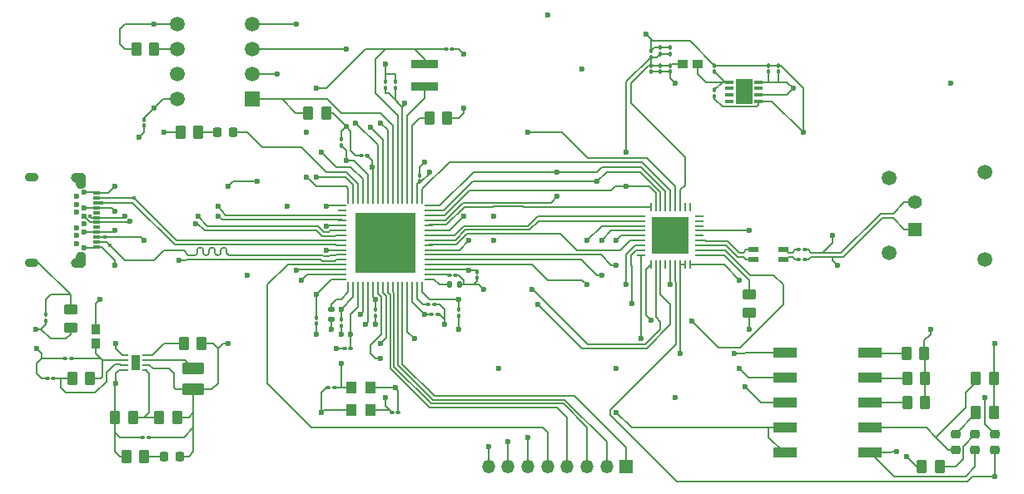
<source format=gbr>
%TF.GenerationSoftware,KiCad,Pcbnew,8.0.2*%
%TF.CreationDate,2025-01-28T20:19:24-08:00*%
%TF.ProjectId,design_revb_2chip,64657369-676e-45f7-9265-76625f326368,rev?*%
%TF.SameCoordinates,Original*%
%TF.FileFunction,Copper,L1,Top*%
%TF.FilePolarity,Positive*%
%FSLAX46Y46*%
G04 Gerber Fmt 4.6, Leading zero omitted, Abs format (unit mm)*
G04 Created by KiCad (PCBNEW 8.0.2) date 2025-01-28 20:19:24*
%MOMM*%
%LPD*%
G01*
G04 APERTURE LIST*
G04 Aperture macros list*
%AMRoundRect*
0 Rectangle with rounded corners*
0 $1 Rounding radius*
0 $2 $3 $4 $5 $6 $7 $8 $9 X,Y pos of 4 corners*
0 Add a 4 corners polygon primitive as box body*
4,1,4,$2,$3,$4,$5,$6,$7,$8,$9,$2,$3,0*
0 Add four circle primitives for the rounded corners*
1,1,$1+$1,$2,$3*
1,1,$1+$1,$4,$5*
1,1,$1+$1,$6,$7*
1,1,$1+$1,$8,$9*
0 Add four rect primitives between the rounded corners*
20,1,$1+$1,$2,$3,$4,$5,0*
20,1,$1+$1,$4,$5,$6,$7,0*
20,1,$1+$1,$6,$7,$8,$9,0*
20,1,$1+$1,$8,$9,$2,$3,0*%
G04 Aperture macros list end*
%TA.AperFunction,EtchedComponent*%
%ADD10C,0.010000*%
%TD*%
%TA.AperFunction,SMDPad,CuDef*%
%ADD11RoundRect,0.100000X-0.100000X0.130000X-0.100000X-0.130000X0.100000X-0.130000X0.100000X0.130000X0*%
%TD*%
%TA.AperFunction,SMDPad,CuDef*%
%ADD12RoundRect,0.250000X0.262500X0.450000X-0.262500X0.450000X-0.262500X-0.450000X0.262500X-0.450000X0*%
%TD*%
%TA.AperFunction,SMDPad,CuDef*%
%ADD13RoundRect,0.218750X0.218750X0.256250X-0.218750X0.256250X-0.218750X-0.256250X0.218750X-0.256250X0*%
%TD*%
%TA.AperFunction,SMDPad,CuDef*%
%ADD14R,0.499999X0.249999*%
%TD*%
%TA.AperFunction,SMDPad,CuDef*%
%ADD15R,0.900001X1.599999*%
%TD*%
%TA.AperFunction,ComponentPad*%
%ADD16C,0.499999*%
%TD*%
%TA.AperFunction,SMDPad,CuDef*%
%ADD17R,1.050000X0.600000*%
%TD*%
%TA.AperFunction,SMDPad,CuDef*%
%ADD18RoundRect,0.100000X0.100000X-0.130000X0.100000X0.130000X-0.100000X0.130000X-0.100000X-0.130000X0*%
%TD*%
%TA.AperFunction,SMDPad,CuDef*%
%ADD19RoundRect,0.218750X-0.256250X0.218750X-0.256250X-0.218750X0.256250X-0.218750X0.256250X0.218750X0*%
%TD*%
%TA.AperFunction,SMDPad,CuDef*%
%ADD20R,0.700000X0.320000*%
%TD*%
%TA.AperFunction,ComponentPad*%
%ADD21C,0.600000*%
%TD*%
%TA.AperFunction,ComponentPad*%
%ADD22C,0.900000*%
%TD*%
%TA.AperFunction,ComponentPad*%
%ADD23O,1.400000X0.900000*%
%TD*%
%TA.AperFunction,SMDPad,CuDef*%
%ADD24RoundRect,0.100000X-0.130000X-0.100000X0.130000X-0.100000X0.130000X0.100000X-0.130000X0.100000X0*%
%TD*%
%TA.AperFunction,SMDPad,CuDef*%
%ADD25RoundRect,0.135000X0.135000X0.185000X-0.135000X0.185000X-0.135000X-0.185000X0.135000X-0.185000X0*%
%TD*%
%TA.AperFunction,SMDPad,CuDef*%
%ADD26RoundRect,0.250000X-0.850000X0.375000X-0.850000X-0.375000X0.850000X-0.375000X0.850000X0.375000X0*%
%TD*%
%TA.AperFunction,SMDPad,CuDef*%
%ADD27RoundRect,0.250000X-0.262500X-0.450000X0.262500X-0.450000X0.262500X0.450000X-0.262500X0.450000X0*%
%TD*%
%TA.AperFunction,SMDPad,CuDef*%
%ADD28RoundRect,0.250000X-0.450000X0.262500X-0.450000X-0.262500X0.450000X-0.262500X0.450000X0.262500X0*%
%TD*%
%TA.AperFunction,SMDPad,CuDef*%
%ADD29R,1.000000X0.970000*%
%TD*%
%TA.AperFunction,SMDPad,CuDef*%
%ADD30RoundRect,0.218750X0.256250X-0.218750X0.256250X0.218750X-0.256250X0.218750X-0.256250X-0.218750X0*%
%TD*%
%TA.AperFunction,ComponentPad*%
%ADD31R,1.350000X1.350000*%
%TD*%
%TA.AperFunction,ComponentPad*%
%ADD32O,1.350000X1.350000*%
%TD*%
%TA.AperFunction,SMDPad,CuDef*%
%ADD33RoundRect,0.100000X0.130000X0.100000X-0.130000X0.100000X-0.130000X-0.100000X0.130000X-0.100000X0*%
%TD*%
%TA.AperFunction,SMDPad,CuDef*%
%ADD34R,2.438400X1.117600*%
%TD*%
%TA.AperFunction,SMDPad,CuDef*%
%ADD35RoundRect,0.218750X-0.218750X-0.256250X0.218750X-0.256250X0.218750X0.256250X-0.218750X0.256250X0*%
%TD*%
%TA.AperFunction,SMDPad,CuDef*%
%ADD36RoundRect,0.250000X0.450000X-0.262500X0.450000X0.262500X-0.450000X0.262500X-0.450000X-0.262500X0*%
%TD*%
%TA.AperFunction,SMDPad,CuDef*%
%ADD37R,1.041400X1.219200*%
%TD*%
%TA.AperFunction,SMDPad,CuDef*%
%ADD38R,0.970000X1.000000*%
%TD*%
%TA.AperFunction,SMDPad,CuDef*%
%ADD39R,0.254000X0.812800*%
%TD*%
%TA.AperFunction,SMDPad,CuDef*%
%ADD40R,0.812800X0.254000*%
%TD*%
%TA.AperFunction,SMDPad,CuDef*%
%ADD41R,3.708400X3.708400*%
%TD*%
%TA.AperFunction,SMDPad,CuDef*%
%ADD42RoundRect,0.135000X0.185000X-0.135000X0.185000X0.135000X-0.185000X0.135000X-0.185000X-0.135000X0*%
%TD*%
%TA.AperFunction,ComponentPad*%
%ADD43R,1.498600X1.498600*%
%TD*%
%TA.AperFunction,ComponentPad*%
%ADD44C,1.498600*%
%TD*%
%TA.AperFunction,SMDPad,CuDef*%
%ADD45R,2.800000X0.850000*%
%TD*%
%TA.AperFunction,SMDPad,CuDef*%
%ADD46R,0.931065X0.302473*%
%TD*%
%TA.AperFunction,SMDPad,CuDef*%
%ADD47R,1.749999X2.500000*%
%TD*%
%TA.AperFunction,SMDPad,CuDef*%
%ADD48R,6.096000X6.096000*%
%TD*%
%TA.AperFunction,ComponentPad*%
%ADD49R,1.400000X1.400000*%
%TD*%
%TA.AperFunction,ComponentPad*%
%ADD50C,1.400000*%
%TD*%
%TA.AperFunction,ComponentPad*%
%ADD51C,1.500000*%
%TD*%
%TA.AperFunction,ViaPad*%
%ADD52C,0.600000*%
%TD*%
%TA.AperFunction,ViaPad*%
%ADD53C,0.406400*%
%TD*%
%TA.AperFunction,Conductor*%
%ADD54C,0.200000*%
%TD*%
G04 APERTURE END LIST*
D10*
%TO.C,J4*%
X159524000Y-69121000D02*
X159547000Y-69122000D01*
X159570000Y-69126000D01*
X159594000Y-69130000D01*
X159616000Y-69135000D01*
X159639000Y-69142000D01*
X159661000Y-69150000D01*
X159683000Y-69159000D01*
X159704000Y-69169000D01*
X159725000Y-69180000D01*
X159745000Y-69193000D01*
X159765000Y-69206000D01*
X159783000Y-69220000D01*
X159801000Y-69236000D01*
X159818000Y-69252000D01*
X159834000Y-69269000D01*
X159850000Y-69287000D01*
X159864000Y-69305000D01*
X159877000Y-69325000D01*
X159890000Y-69345000D01*
X159901000Y-69366000D01*
X159911000Y-69387000D01*
X159920000Y-69409000D01*
X159928000Y-69431000D01*
X159935000Y-69454000D01*
X159940000Y-69476000D01*
X159944000Y-69500000D01*
X159948000Y-69523000D01*
X159949000Y-69546000D01*
X159950000Y-69570000D01*
X159950000Y-70220000D01*
X159948000Y-70267000D01*
X159940000Y-70314000D01*
X159928000Y-70359000D01*
X159911000Y-70403000D01*
X159890000Y-70445000D01*
X159864000Y-70485000D01*
X159834000Y-70521000D01*
X159801000Y-70554000D01*
X159765000Y-70584000D01*
X159725000Y-70610000D01*
X159683000Y-70631000D01*
X159639000Y-70648000D01*
X159594000Y-70660000D01*
X159547000Y-70668000D01*
X159500000Y-70670000D01*
X159453000Y-70668000D01*
X159406000Y-70660000D01*
X159361000Y-70648000D01*
X159317000Y-70631000D01*
X159275000Y-70610000D01*
X159235000Y-70584000D01*
X159199000Y-70554000D01*
X159166000Y-70521000D01*
X159136000Y-70485000D01*
X159110000Y-70445000D01*
X159089000Y-70403000D01*
X159072000Y-70359000D01*
X159060000Y-70314000D01*
X159052000Y-70267000D01*
X159050000Y-70220000D01*
X159050000Y-70020000D01*
X159000000Y-70020000D01*
X158953000Y-70018000D01*
X158906000Y-70010000D01*
X158861000Y-69998000D01*
X158817000Y-69981000D01*
X158775000Y-69960000D01*
X158735000Y-69934000D01*
X158699000Y-69904000D01*
X158666000Y-69871000D01*
X158636000Y-69835000D01*
X158610000Y-69795000D01*
X158589000Y-69753000D01*
X158572000Y-69709000D01*
X158560000Y-69664000D01*
X158552000Y-69617000D01*
X158550000Y-69570000D01*
X158552000Y-69523000D01*
X158560000Y-69476000D01*
X158572000Y-69431000D01*
X158589000Y-69387000D01*
X158610000Y-69345000D01*
X158636000Y-69305000D01*
X158666000Y-69269000D01*
X158699000Y-69236000D01*
X158735000Y-69206000D01*
X158775000Y-69180000D01*
X158817000Y-69159000D01*
X158861000Y-69142000D01*
X158906000Y-69130000D01*
X158953000Y-69122000D01*
X159000000Y-69120000D01*
X159500000Y-69120000D01*
X159524000Y-69121000D01*
%TA.AperFunction,EtchedComponent*%
G36*
X159524000Y-69121000D02*
G01*
X159547000Y-69122000D01*
X159570000Y-69126000D01*
X159594000Y-69130000D01*
X159616000Y-69135000D01*
X159639000Y-69142000D01*
X159661000Y-69150000D01*
X159683000Y-69159000D01*
X159704000Y-69169000D01*
X159725000Y-69180000D01*
X159745000Y-69193000D01*
X159765000Y-69206000D01*
X159783000Y-69220000D01*
X159801000Y-69236000D01*
X159818000Y-69252000D01*
X159834000Y-69269000D01*
X159850000Y-69287000D01*
X159864000Y-69305000D01*
X159877000Y-69325000D01*
X159890000Y-69345000D01*
X159901000Y-69366000D01*
X159911000Y-69387000D01*
X159920000Y-69409000D01*
X159928000Y-69431000D01*
X159935000Y-69454000D01*
X159940000Y-69476000D01*
X159944000Y-69500000D01*
X159948000Y-69523000D01*
X159949000Y-69546000D01*
X159950000Y-69570000D01*
X159950000Y-70220000D01*
X159948000Y-70267000D01*
X159940000Y-70314000D01*
X159928000Y-70359000D01*
X159911000Y-70403000D01*
X159890000Y-70445000D01*
X159864000Y-70485000D01*
X159834000Y-70521000D01*
X159801000Y-70554000D01*
X159765000Y-70584000D01*
X159725000Y-70610000D01*
X159683000Y-70631000D01*
X159639000Y-70648000D01*
X159594000Y-70660000D01*
X159547000Y-70668000D01*
X159500000Y-70670000D01*
X159453000Y-70668000D01*
X159406000Y-70660000D01*
X159361000Y-70648000D01*
X159317000Y-70631000D01*
X159275000Y-70610000D01*
X159235000Y-70584000D01*
X159199000Y-70554000D01*
X159166000Y-70521000D01*
X159136000Y-70485000D01*
X159110000Y-70445000D01*
X159089000Y-70403000D01*
X159072000Y-70359000D01*
X159060000Y-70314000D01*
X159052000Y-70267000D01*
X159050000Y-70220000D01*
X159050000Y-70020000D01*
X159000000Y-70020000D01*
X158953000Y-70018000D01*
X158906000Y-70010000D01*
X158861000Y-69998000D01*
X158817000Y-69981000D01*
X158775000Y-69960000D01*
X158735000Y-69934000D01*
X158699000Y-69904000D01*
X158666000Y-69871000D01*
X158636000Y-69835000D01*
X158610000Y-69795000D01*
X158589000Y-69753000D01*
X158572000Y-69709000D01*
X158560000Y-69664000D01*
X158552000Y-69617000D01*
X158550000Y-69570000D01*
X158552000Y-69523000D01*
X158560000Y-69476000D01*
X158572000Y-69431000D01*
X158589000Y-69387000D01*
X158610000Y-69345000D01*
X158636000Y-69305000D01*
X158666000Y-69269000D01*
X158699000Y-69236000D01*
X158735000Y-69206000D01*
X158775000Y-69180000D01*
X158817000Y-69159000D01*
X158861000Y-69142000D01*
X158906000Y-69130000D01*
X158953000Y-69122000D01*
X159000000Y-69120000D01*
X159500000Y-69120000D01*
X159524000Y-69121000D01*
G37*
%TD.AperFunction*%
X159524000Y-69121000D02*
X159547000Y-69122000D01*
X159570000Y-69126000D01*
X159594000Y-69130000D01*
X159616000Y-69135000D01*
X159639000Y-69142000D01*
X159661000Y-69150000D01*
X159683000Y-69159000D01*
X159704000Y-69169000D01*
X159725000Y-69180000D01*
X159745000Y-69193000D01*
X159765000Y-69206000D01*
X159783000Y-69220000D01*
X159801000Y-69236000D01*
X159818000Y-69252000D01*
X159834000Y-69269000D01*
X159850000Y-69287000D01*
X159864000Y-69305000D01*
X159877000Y-69325000D01*
X159890000Y-69345000D01*
X159901000Y-69366000D01*
X159911000Y-69387000D01*
X159920000Y-69409000D01*
X159928000Y-69431000D01*
X159935000Y-69454000D01*
X159940000Y-69476000D01*
X159944000Y-69500000D01*
X159948000Y-69523000D01*
X159949000Y-69546000D01*
X159950000Y-69570000D01*
X159950000Y-70220000D01*
X159948000Y-70267000D01*
X159940000Y-70314000D01*
X159928000Y-70359000D01*
X159911000Y-70403000D01*
X159890000Y-70445000D01*
X159864000Y-70485000D01*
X159834000Y-70521000D01*
X159801000Y-70554000D01*
X159765000Y-70584000D01*
X159725000Y-70610000D01*
X159683000Y-70631000D01*
X159639000Y-70648000D01*
X159594000Y-70660000D01*
X159547000Y-70668000D01*
X159500000Y-70670000D01*
X159453000Y-70668000D01*
X159406000Y-70660000D01*
X159361000Y-70648000D01*
X159317000Y-70631000D01*
X159275000Y-70610000D01*
X159235000Y-70584000D01*
X159199000Y-70554000D01*
X159166000Y-70521000D01*
X159136000Y-70485000D01*
X159110000Y-70445000D01*
X159089000Y-70403000D01*
X159072000Y-70359000D01*
X159060000Y-70314000D01*
X159052000Y-70267000D01*
X159050000Y-70220000D01*
X159050000Y-70020000D01*
X159000000Y-70020000D01*
X158953000Y-70018000D01*
X158906000Y-70010000D01*
X158861000Y-69998000D01*
X158817000Y-69981000D01*
X158775000Y-69960000D01*
X158735000Y-69934000D01*
X158699000Y-69904000D01*
X158666000Y-69871000D01*
X158636000Y-69835000D01*
X158610000Y-69795000D01*
X158589000Y-69753000D01*
X158572000Y-69709000D01*
X158560000Y-69664000D01*
X158552000Y-69617000D01*
X158550000Y-69570000D01*
X158552000Y-69523000D01*
X158560000Y-69476000D01*
X158572000Y-69431000D01*
X158589000Y-69387000D01*
X158610000Y-69345000D01*
X158636000Y-69305000D01*
X158666000Y-69269000D01*
X158699000Y-69236000D01*
X158735000Y-69206000D01*
X158775000Y-69180000D01*
X158817000Y-69159000D01*
X158861000Y-69142000D01*
X158906000Y-69130000D01*
X158953000Y-69122000D01*
X159000000Y-69120000D01*
X159500000Y-69120000D01*
X159524000Y-69121000D01*
%TA.AperFunction,EtchedComponent*%
G36*
X159524000Y-69121000D02*
G01*
X159547000Y-69122000D01*
X159570000Y-69126000D01*
X159594000Y-69130000D01*
X159616000Y-69135000D01*
X159639000Y-69142000D01*
X159661000Y-69150000D01*
X159683000Y-69159000D01*
X159704000Y-69169000D01*
X159725000Y-69180000D01*
X159745000Y-69193000D01*
X159765000Y-69206000D01*
X159783000Y-69220000D01*
X159801000Y-69236000D01*
X159818000Y-69252000D01*
X159834000Y-69269000D01*
X159850000Y-69287000D01*
X159864000Y-69305000D01*
X159877000Y-69325000D01*
X159890000Y-69345000D01*
X159901000Y-69366000D01*
X159911000Y-69387000D01*
X159920000Y-69409000D01*
X159928000Y-69431000D01*
X159935000Y-69454000D01*
X159940000Y-69476000D01*
X159944000Y-69500000D01*
X159948000Y-69523000D01*
X159949000Y-69546000D01*
X159950000Y-69570000D01*
X159950000Y-70220000D01*
X159948000Y-70267000D01*
X159940000Y-70314000D01*
X159928000Y-70359000D01*
X159911000Y-70403000D01*
X159890000Y-70445000D01*
X159864000Y-70485000D01*
X159834000Y-70521000D01*
X159801000Y-70554000D01*
X159765000Y-70584000D01*
X159725000Y-70610000D01*
X159683000Y-70631000D01*
X159639000Y-70648000D01*
X159594000Y-70660000D01*
X159547000Y-70668000D01*
X159500000Y-70670000D01*
X159453000Y-70668000D01*
X159406000Y-70660000D01*
X159361000Y-70648000D01*
X159317000Y-70631000D01*
X159275000Y-70610000D01*
X159235000Y-70584000D01*
X159199000Y-70554000D01*
X159166000Y-70521000D01*
X159136000Y-70485000D01*
X159110000Y-70445000D01*
X159089000Y-70403000D01*
X159072000Y-70359000D01*
X159060000Y-70314000D01*
X159052000Y-70267000D01*
X159050000Y-70220000D01*
X159050000Y-70020000D01*
X159000000Y-70020000D01*
X158953000Y-70018000D01*
X158906000Y-70010000D01*
X158861000Y-69998000D01*
X158817000Y-69981000D01*
X158775000Y-69960000D01*
X158735000Y-69934000D01*
X158699000Y-69904000D01*
X158666000Y-69871000D01*
X158636000Y-69835000D01*
X158610000Y-69795000D01*
X158589000Y-69753000D01*
X158572000Y-69709000D01*
X158560000Y-69664000D01*
X158552000Y-69617000D01*
X158550000Y-69570000D01*
X158552000Y-69523000D01*
X158560000Y-69476000D01*
X158572000Y-69431000D01*
X158589000Y-69387000D01*
X158610000Y-69345000D01*
X158636000Y-69305000D01*
X158666000Y-69269000D01*
X158699000Y-69236000D01*
X158735000Y-69206000D01*
X158775000Y-69180000D01*
X158817000Y-69159000D01*
X158861000Y-69142000D01*
X158906000Y-69130000D01*
X158953000Y-69122000D01*
X159000000Y-69120000D01*
X159500000Y-69120000D01*
X159524000Y-69121000D01*
G37*
%TD.AperFunction*%
X159547000Y-77132000D02*
X159594000Y-77140000D01*
X159639000Y-77152000D01*
X159683000Y-77169000D01*
X159725000Y-77190000D01*
X159765000Y-77216000D01*
X159801000Y-77246000D01*
X159834000Y-77279000D01*
X159864000Y-77315000D01*
X159890000Y-77355000D01*
X159911000Y-77397000D01*
X159928000Y-77441000D01*
X159940000Y-77486000D01*
X159948000Y-77533000D01*
X159950000Y-77580000D01*
X159950000Y-78230000D01*
X159949000Y-78254000D01*
X159948000Y-78277000D01*
X159944000Y-78300000D01*
X159940000Y-78324000D01*
X159935000Y-78346000D01*
X159928000Y-78369000D01*
X159920000Y-78391000D01*
X159911000Y-78413000D01*
X159901000Y-78434000D01*
X159890000Y-78455000D01*
X159877000Y-78475000D01*
X159864000Y-78495000D01*
X159850000Y-78513000D01*
X159834000Y-78531000D01*
X159818000Y-78548000D01*
X159801000Y-78564000D01*
X159783000Y-78580000D01*
X159765000Y-78594000D01*
X159745000Y-78607000D01*
X159725000Y-78620000D01*
X159704000Y-78631000D01*
X159683000Y-78641000D01*
X159661000Y-78650000D01*
X159639000Y-78658000D01*
X159616000Y-78665000D01*
X159594000Y-78670000D01*
X159570000Y-78674000D01*
X159547000Y-78678000D01*
X159524000Y-78679000D01*
X159500000Y-78680000D01*
X159000000Y-78680000D01*
X158953000Y-78678000D01*
X158906000Y-78670000D01*
X158861000Y-78658000D01*
X158817000Y-78641000D01*
X158775000Y-78620000D01*
X158735000Y-78594000D01*
X158699000Y-78564000D01*
X158666000Y-78531000D01*
X158636000Y-78495000D01*
X158610000Y-78455000D01*
X158589000Y-78413000D01*
X158572000Y-78369000D01*
X158560000Y-78324000D01*
X158552000Y-78277000D01*
X158550000Y-78230000D01*
X158552000Y-78183000D01*
X158560000Y-78136000D01*
X158572000Y-78091000D01*
X158589000Y-78047000D01*
X158610000Y-78005000D01*
X158636000Y-77965000D01*
X158666000Y-77929000D01*
X158699000Y-77896000D01*
X158735000Y-77866000D01*
X158775000Y-77840000D01*
X158817000Y-77819000D01*
X158861000Y-77802000D01*
X158906000Y-77790000D01*
X158953000Y-77782000D01*
X159000000Y-77780000D01*
X159050000Y-77780000D01*
X159050000Y-77580000D01*
X159052000Y-77533000D01*
X159060000Y-77486000D01*
X159072000Y-77441000D01*
X159089000Y-77397000D01*
X159110000Y-77355000D01*
X159136000Y-77315000D01*
X159166000Y-77279000D01*
X159199000Y-77246000D01*
X159235000Y-77216000D01*
X159275000Y-77190000D01*
X159317000Y-77169000D01*
X159361000Y-77152000D01*
X159406000Y-77140000D01*
X159453000Y-77132000D01*
X159500000Y-77130000D01*
X159547000Y-77132000D01*
%TA.AperFunction,EtchedComponent*%
G36*
X159547000Y-77132000D02*
G01*
X159594000Y-77140000D01*
X159639000Y-77152000D01*
X159683000Y-77169000D01*
X159725000Y-77190000D01*
X159765000Y-77216000D01*
X159801000Y-77246000D01*
X159834000Y-77279000D01*
X159864000Y-77315000D01*
X159890000Y-77355000D01*
X159911000Y-77397000D01*
X159928000Y-77441000D01*
X159940000Y-77486000D01*
X159948000Y-77533000D01*
X159950000Y-77580000D01*
X159950000Y-78230000D01*
X159949000Y-78254000D01*
X159948000Y-78277000D01*
X159944000Y-78300000D01*
X159940000Y-78324000D01*
X159935000Y-78346000D01*
X159928000Y-78369000D01*
X159920000Y-78391000D01*
X159911000Y-78413000D01*
X159901000Y-78434000D01*
X159890000Y-78455000D01*
X159877000Y-78475000D01*
X159864000Y-78495000D01*
X159850000Y-78513000D01*
X159834000Y-78531000D01*
X159818000Y-78548000D01*
X159801000Y-78564000D01*
X159783000Y-78580000D01*
X159765000Y-78594000D01*
X159745000Y-78607000D01*
X159725000Y-78620000D01*
X159704000Y-78631000D01*
X159683000Y-78641000D01*
X159661000Y-78650000D01*
X159639000Y-78658000D01*
X159616000Y-78665000D01*
X159594000Y-78670000D01*
X159570000Y-78674000D01*
X159547000Y-78678000D01*
X159524000Y-78679000D01*
X159500000Y-78680000D01*
X159000000Y-78680000D01*
X158953000Y-78678000D01*
X158906000Y-78670000D01*
X158861000Y-78658000D01*
X158817000Y-78641000D01*
X158775000Y-78620000D01*
X158735000Y-78594000D01*
X158699000Y-78564000D01*
X158666000Y-78531000D01*
X158636000Y-78495000D01*
X158610000Y-78455000D01*
X158589000Y-78413000D01*
X158572000Y-78369000D01*
X158560000Y-78324000D01*
X158552000Y-78277000D01*
X158550000Y-78230000D01*
X158552000Y-78183000D01*
X158560000Y-78136000D01*
X158572000Y-78091000D01*
X158589000Y-78047000D01*
X158610000Y-78005000D01*
X158636000Y-77965000D01*
X158666000Y-77929000D01*
X158699000Y-77896000D01*
X158735000Y-77866000D01*
X158775000Y-77840000D01*
X158817000Y-77819000D01*
X158861000Y-77802000D01*
X158906000Y-77790000D01*
X158953000Y-77782000D01*
X159000000Y-77780000D01*
X159050000Y-77780000D01*
X159050000Y-77580000D01*
X159052000Y-77533000D01*
X159060000Y-77486000D01*
X159072000Y-77441000D01*
X159089000Y-77397000D01*
X159110000Y-77355000D01*
X159136000Y-77315000D01*
X159166000Y-77279000D01*
X159199000Y-77246000D01*
X159235000Y-77216000D01*
X159275000Y-77190000D01*
X159317000Y-77169000D01*
X159361000Y-77152000D01*
X159406000Y-77140000D01*
X159453000Y-77132000D01*
X159500000Y-77130000D01*
X159547000Y-77132000D01*
G37*
%TD.AperFunction*%
X159547000Y-77132000D02*
X159594000Y-77140000D01*
X159639000Y-77152000D01*
X159683000Y-77169000D01*
X159725000Y-77190000D01*
X159765000Y-77216000D01*
X159801000Y-77246000D01*
X159834000Y-77279000D01*
X159864000Y-77315000D01*
X159890000Y-77355000D01*
X159911000Y-77397000D01*
X159928000Y-77441000D01*
X159940000Y-77486000D01*
X159948000Y-77533000D01*
X159950000Y-77580000D01*
X159950000Y-78230000D01*
X159949000Y-78254000D01*
X159948000Y-78277000D01*
X159944000Y-78300000D01*
X159940000Y-78324000D01*
X159935000Y-78346000D01*
X159928000Y-78369000D01*
X159920000Y-78391000D01*
X159911000Y-78413000D01*
X159901000Y-78434000D01*
X159890000Y-78455000D01*
X159877000Y-78475000D01*
X159864000Y-78495000D01*
X159850000Y-78513000D01*
X159834000Y-78531000D01*
X159818000Y-78548000D01*
X159801000Y-78564000D01*
X159783000Y-78580000D01*
X159765000Y-78594000D01*
X159745000Y-78607000D01*
X159725000Y-78620000D01*
X159704000Y-78631000D01*
X159683000Y-78641000D01*
X159661000Y-78650000D01*
X159639000Y-78658000D01*
X159616000Y-78665000D01*
X159594000Y-78670000D01*
X159570000Y-78674000D01*
X159547000Y-78678000D01*
X159524000Y-78679000D01*
X159500000Y-78680000D01*
X159000000Y-78680000D01*
X158953000Y-78678000D01*
X158906000Y-78670000D01*
X158861000Y-78658000D01*
X158817000Y-78641000D01*
X158775000Y-78620000D01*
X158735000Y-78594000D01*
X158699000Y-78564000D01*
X158666000Y-78531000D01*
X158636000Y-78495000D01*
X158610000Y-78455000D01*
X158589000Y-78413000D01*
X158572000Y-78369000D01*
X158560000Y-78324000D01*
X158552000Y-78277000D01*
X158550000Y-78230000D01*
X158552000Y-78183000D01*
X158560000Y-78136000D01*
X158572000Y-78091000D01*
X158589000Y-78047000D01*
X158610000Y-78005000D01*
X158636000Y-77965000D01*
X158666000Y-77929000D01*
X158699000Y-77896000D01*
X158735000Y-77866000D01*
X158775000Y-77840000D01*
X158817000Y-77819000D01*
X158861000Y-77802000D01*
X158906000Y-77790000D01*
X158953000Y-77782000D01*
X159000000Y-77780000D01*
X159050000Y-77780000D01*
X159050000Y-77580000D01*
X159052000Y-77533000D01*
X159060000Y-77486000D01*
X159072000Y-77441000D01*
X159089000Y-77397000D01*
X159110000Y-77355000D01*
X159136000Y-77315000D01*
X159166000Y-77279000D01*
X159199000Y-77246000D01*
X159235000Y-77216000D01*
X159275000Y-77190000D01*
X159317000Y-77169000D01*
X159361000Y-77152000D01*
X159406000Y-77140000D01*
X159453000Y-77132000D01*
X159500000Y-77130000D01*
X159547000Y-77132000D01*
%TA.AperFunction,EtchedComponent*%
G36*
X159547000Y-77132000D02*
G01*
X159594000Y-77140000D01*
X159639000Y-77152000D01*
X159683000Y-77169000D01*
X159725000Y-77190000D01*
X159765000Y-77216000D01*
X159801000Y-77246000D01*
X159834000Y-77279000D01*
X159864000Y-77315000D01*
X159890000Y-77355000D01*
X159911000Y-77397000D01*
X159928000Y-77441000D01*
X159940000Y-77486000D01*
X159948000Y-77533000D01*
X159950000Y-77580000D01*
X159950000Y-78230000D01*
X159949000Y-78254000D01*
X159948000Y-78277000D01*
X159944000Y-78300000D01*
X159940000Y-78324000D01*
X159935000Y-78346000D01*
X159928000Y-78369000D01*
X159920000Y-78391000D01*
X159911000Y-78413000D01*
X159901000Y-78434000D01*
X159890000Y-78455000D01*
X159877000Y-78475000D01*
X159864000Y-78495000D01*
X159850000Y-78513000D01*
X159834000Y-78531000D01*
X159818000Y-78548000D01*
X159801000Y-78564000D01*
X159783000Y-78580000D01*
X159765000Y-78594000D01*
X159745000Y-78607000D01*
X159725000Y-78620000D01*
X159704000Y-78631000D01*
X159683000Y-78641000D01*
X159661000Y-78650000D01*
X159639000Y-78658000D01*
X159616000Y-78665000D01*
X159594000Y-78670000D01*
X159570000Y-78674000D01*
X159547000Y-78678000D01*
X159524000Y-78679000D01*
X159500000Y-78680000D01*
X159000000Y-78680000D01*
X158953000Y-78678000D01*
X158906000Y-78670000D01*
X158861000Y-78658000D01*
X158817000Y-78641000D01*
X158775000Y-78620000D01*
X158735000Y-78594000D01*
X158699000Y-78564000D01*
X158666000Y-78531000D01*
X158636000Y-78495000D01*
X158610000Y-78455000D01*
X158589000Y-78413000D01*
X158572000Y-78369000D01*
X158560000Y-78324000D01*
X158552000Y-78277000D01*
X158550000Y-78230000D01*
X158552000Y-78183000D01*
X158560000Y-78136000D01*
X158572000Y-78091000D01*
X158589000Y-78047000D01*
X158610000Y-78005000D01*
X158636000Y-77965000D01*
X158666000Y-77929000D01*
X158699000Y-77896000D01*
X158735000Y-77866000D01*
X158775000Y-77840000D01*
X158817000Y-77819000D01*
X158861000Y-77802000D01*
X158906000Y-77790000D01*
X158953000Y-77782000D01*
X159000000Y-77780000D01*
X159050000Y-77780000D01*
X159050000Y-77580000D01*
X159052000Y-77533000D01*
X159060000Y-77486000D01*
X159072000Y-77441000D01*
X159089000Y-77397000D01*
X159110000Y-77355000D01*
X159136000Y-77315000D01*
X159166000Y-77279000D01*
X159199000Y-77246000D01*
X159235000Y-77216000D01*
X159275000Y-77190000D01*
X159317000Y-77169000D01*
X159361000Y-77152000D01*
X159406000Y-77140000D01*
X159453000Y-77132000D01*
X159500000Y-77130000D01*
X159547000Y-77132000D01*
G37*
%TD.AperFunction*%
%TD*%
D11*
%TO.P,C46,1*%
%TO.N,GND*%
X217500000Y-56680000D03*
%TO.P,C46,2*%
%TO.N,/ETH_SIDE/Vdd1p0A*%
X217500000Y-57320000D03*
%TD*%
D12*
%TO.P,R28,1*%
%TO.N,VDD33A*%
X245412500Y-90000000D03*
%TO.P,R28,2*%
%TO.N,/ETH_SIDE/RX_D1_STRP*%
X243587500Y-90000000D03*
%TD*%
D11*
%TO.P,C41,1*%
%TO.N,GND*%
X218500000Y-56335000D03*
%TO.P,C41,2*%
%TO.N,/ETH_SIDE/Vdd1p0A*%
X218500000Y-56975000D03*
%TD*%
D13*
%TO.P,D1,1,K*%
%TO.N,Net-(D1-K)*%
X175000000Y-65000000D03*
%TO.P,D1,2,A*%
%TO.N,Net-(D1-A)*%
X173425000Y-65000000D03*
%TD*%
D14*
%TO.P,U2,1,PGND*%
%TO.N,GND*%
X164137499Y-87649998D03*
%TO.P,U2,2,VIN*%
%TO.N,5V*%
X164137499Y-88149997D03*
%TO.P,U2,3,EN*%
%TO.N,Net-(U2-EN)*%
X164137499Y-88649999D03*
%TO.P,U2,4,AGND*%
%TO.N,GND*%
X164137499Y-89149997D03*
%TO.P,U2,5,FB*%
%TO.N,Net-(U2-FB)*%
X166037501Y-89149997D03*
%TO.P,U2,6,VOS*%
%TO.N,VDD33A*%
X166037501Y-88649999D03*
%TO.P,U2,7,SW*%
%TO.N,Net-(U2-SW)*%
X166037501Y-88149997D03*
%TO.P,U2,8,PG*%
%TO.N,Net-(U2-PG)*%
X166037501Y-87649998D03*
D15*
%TO.P,U2,9,PAD*%
%TO.N,GND*%
X165087500Y-88399996D03*
D16*
%TO.P,U2,V*%
%TO.N,N/C*%
X165087500Y-88000000D03*
X165087500Y-88799998D03*
%TD*%
D17*
%TO.P,FL1,1*%
%TO.N,/ETH_SIDE/TRD_P*%
X227950000Y-77946400D03*
%TO.P,FL1,2*%
%TO.N,/ETH_SIDE/BI_DA+*%
X231000000Y-77946400D03*
%TO.P,FL1,3*%
%TO.N,/ETH_SIDE/BI_DA-*%
X231000000Y-76946400D03*
%TO.P,FL1,4*%
%TO.N,/ETH_SIDE/TRD_N*%
X227950000Y-76946400D03*
%TD*%
D11*
%TO.P,C42,1*%
%TO.N,/ETH_SIDE/Vdd1p0A*%
X218500000Y-58180000D03*
%TO.P,C42,2*%
%TO.N,GND*%
X218500000Y-58820000D03*
%TD*%
D12*
%TO.P,R29,1*%
%TO.N,VDD33A*%
X245412500Y-92500000D03*
%TO.P,R29,2*%
%TO.N,/ETH_SIDE/RX_D2_STRP*%
X243587500Y-92500000D03*
%TD*%
D18*
%TO.P,C49,1*%
%TO.N,GND*%
X224000000Y-61320000D03*
%TO.P,C49,2*%
%TO.N,/ETH_SIDE/Vdd1.0*%
X224000000Y-60680000D03*
%TD*%
D19*
%TO.P,D5,1,K*%
%TO.N,Net-(D5-K)*%
X248500000Y-95712500D03*
%TO.P,D5,2,A*%
%TO.N,/ETH_SIDE/LED_0_STRP_OFF*%
X248500000Y-97287500D03*
%TD*%
D20*
%TO.P,J4,A1,GND*%
%TO.N,GND*%
X161160000Y-71150000D03*
%TO.P,J4,A2,SSTXP1*%
%TO.N,/USB_SIDE/USB3_TXP*%
X161160000Y-71650000D03*
%TO.P,J4,A3,SSTXN1*%
%TO.N,/USB_SIDE/USB3_TXN*%
X161160000Y-72150000D03*
%TO.P,J4,A4,VBUS*%
%TO.N,VBUS*%
X161160000Y-72650000D03*
%TO.P,J4,A5,CC1*%
%TO.N,unconnected-(J4-CC1-PadA5)*%
X161160000Y-73150000D03*
%TO.P,J4,A6,DP1*%
%TO.N,/USB_SIDE/USB2_P*%
X161160000Y-73650000D03*
%TO.P,J4,A7,DN1*%
%TO.N,/USB_SIDE/USB2_N*%
X161160000Y-74150000D03*
%TO.P,J4,A8,SBU1*%
%TO.N,unconnected-(J4-SBU1-PadA8)*%
X161160000Y-74650000D03*
%TO.P,J4,A9,VBUS__1*%
%TO.N,VBUS*%
X161160000Y-75150000D03*
%TO.P,J4,A10,SSRXN2*%
%TO.N,/USB_SIDE/USB3_RXN*%
X161160000Y-75650000D03*
%TO.P,J4,A11,SSRXP2*%
%TO.N,/USB_SIDE/USB3_RXP*%
X161160000Y-76150000D03*
%TO.P,J4,A12,GND__1*%
%TO.N,GND*%
X161160000Y-76650000D03*
D21*
%TO.P,J4,B1,GND__2*%
X159850000Y-76700000D03*
%TO.P,J4,B2,SSTXP2*%
%TO.N,/USB_SIDE/USB3_TXP*%
X159150000Y-76300000D03*
%TO.P,J4,B3,SSTXN2*%
%TO.N,/USB_SIDE/USB3_TXN*%
X159150000Y-75500000D03*
%TO.P,J4,B4,VBUS__2*%
%TO.N,VBUS*%
X159850000Y-75100000D03*
%TO.P,J4,B5,CC2*%
%TO.N,unconnected-(J4-CC2-PadB5)*%
X159150000Y-74700000D03*
%TO.P,J4,B6,DP2*%
%TO.N,/USB_SIDE/USB2_P*%
X159850000Y-74300000D03*
%TO.P,J4,B7,DN2*%
%TO.N,/USB_SIDE/USB2_N*%
X159850000Y-73500000D03*
%TO.P,J4,B8,SBU2*%
%TO.N,unconnected-(J4-SBU2-PadB8)*%
X159150000Y-73100000D03*
%TO.P,J4,B9,VBUS__3*%
%TO.N,VBUS*%
X159850000Y-72700000D03*
%TO.P,J4,B10,SSRXN1*%
%TO.N,/USB_SIDE/USB3_RXN*%
X159150000Y-72300000D03*
%TO.P,J4,B11,SSRXP1*%
%TO.N,/USB_SIDE/USB3_RXP*%
X159150000Y-71500000D03*
%TO.P,J4,B12,GND__3*%
%TO.N,GND*%
X159850000Y-71100000D03*
D22*
%TO.P,J4,SH1,SHIELD*%
%TO.N,USB_SHIELD*%
X159000000Y-78230000D03*
%TO.P,J4,SH2,SHIELD__1*%
X159000000Y-69570000D03*
D23*
%TO.P,J4,SH3,SHIELD__2*%
X154500000Y-69570000D03*
%TO.P,J4,SH4,SHIELD__3*%
X154500000Y-78230000D03*
%TD*%
D24*
%TO.P,C27,1*%
%TO.N,/ETH_SIDE/BI_DA+*%
X232525000Y-77946400D03*
%TO.P,C27,2*%
X233165000Y-77946400D03*
%TD*%
D25*
%TO.P,R8,1*%
%TO.N,GND*%
X198020000Y-80500000D03*
%TO.P,R8,2*%
%TO.N,Net-(U1-REF_REXT)*%
X197000000Y-80500000D03*
%TD*%
D12*
%TO.P,R3,1*%
%TO.N,GND*%
X196825000Y-63500000D03*
%TO.P,R3,2*%
%TO.N,Net-(U1-CLK125)*%
X195000000Y-63500000D03*
%TD*%
D26*
%TO.P,L2,1,1*%
%TO.N,Net-(U2-SW)*%
X171000000Y-89000000D03*
%TO.P,L2,2,2*%
%TO.N,VDD33A*%
X171000000Y-91150000D03*
%TD*%
D27*
%TO.P,R14,1*%
%TO.N,GND*%
X164175000Y-98000000D03*
%TO.P,R14,2*%
%TO.N,Net-(D2-K)*%
X166000000Y-98000000D03*
%TD*%
D11*
%TO.P,C34,1*%
%TO.N,GND*%
X230500000Y-58180000D03*
%TO.P,C34,2*%
%TO.N,VDD33A*%
X230500000Y-58820000D03*
%TD*%
D28*
%TO.P,R16,1*%
%TO.N,Net-(R16-Pad1)*%
X227500000Y-81500000D03*
%TO.P,R16,2*%
%TO.N,GND*%
X227500000Y-83325000D03*
%TD*%
D24*
%TO.P,C6,1*%
%TO.N,Net-(U1-VDD25_REG_OUT)*%
X194835000Y-82500000D03*
%TO.P,C6,2*%
%TO.N,GND*%
X195475000Y-82500000D03*
%TD*%
D11*
%TO.P,C5,1*%
%TO.N,VDD12A*%
X189500000Y-83025000D03*
%TO.P,C5,2*%
%TO.N,GND*%
X189500000Y-83665000D03*
%TD*%
D29*
%TO.P,FL3,1*%
%TO.N,/ETH_SIDE/Vdd1.0*%
X222235000Y-58000000D03*
%TO.P,FL3,2*%
%TO.N,/ETH_SIDE/Vdd1p0A*%
X220765000Y-58000000D03*
%TD*%
D30*
%TO.P,D3,1,K*%
%TO.N,/ETH_SIDE/LED_0_STRP_ON*%
X250500000Y-97287500D03*
%TO.P,D3,2,A*%
%TO.N,Net-(D3-A)*%
X250500000Y-95712500D03*
%TD*%
D24*
%TO.P,C13,1*%
%TO.N,VDD12*%
X196680000Y-56500000D03*
%TO.P,C13,2*%
%TO.N,GND*%
X197320000Y-56500000D03*
%TD*%
D11*
%TO.P,C3,1*%
%TO.N,VDD33A*%
X198000000Y-83025000D03*
%TO.P,C3,2*%
%TO.N,GND*%
X198000000Y-83665000D03*
%TD*%
%TO.P,C14,1*%
%TO.N,VDD33A*%
X199845000Y-79180000D03*
%TO.P,C14,2*%
%TO.N,GND*%
X199845000Y-79820000D03*
%TD*%
D31*
%TO.P,J2,1,Pin_1*%
%TO.N,GPIO10*%
X215000000Y-99000000D03*
D32*
%TO.P,J2,2,Pin_2*%
%TO.N,GPIO9*%
X213000000Y-99000000D03*
%TO.P,J2,3,Pin_3*%
%TO.N,GPIO8*%
X211000000Y-99000000D03*
%TO.P,J2,4,Pin_4*%
%TO.N,GPIO7*%
X209000000Y-99000000D03*
%TO.P,J2,5,Pin_5*%
%TO.N,GPIO6*%
X207000000Y-99000000D03*
%TO.P,J2,6,Pin_6*%
%TO.N,GPIO5*%
X205000000Y-99000000D03*
%TO.P,J2,7,Pin_7*%
%TO.N,GPIO4*%
X203000000Y-99000000D03*
%TO.P,J2,8,Pin_8*%
%TO.N,GND*%
X201000000Y-99000000D03*
%TD*%
D18*
%TO.P,C18,1*%
%TO.N,VDD33A*%
X191500000Y-60475000D03*
%TO.P,C18,2*%
%TO.N,GND*%
X191500000Y-59835000D03*
%TD*%
D24*
%TO.P,C26,1*%
%TO.N,XO*%
X191180000Y-93500000D03*
%TO.P,C26,2*%
%TO.N,GND*%
X191820000Y-93500000D03*
%TD*%
D33*
%TO.P,C21,1*%
%TO.N,VDD33A*%
X166475000Y-96000000D03*
%TO.P,C21,2*%
%TO.N,GND*%
X165835000Y-96000000D03*
%TD*%
D34*
%TO.P,U6,1,1*%
%TO.N,RXD0*%
X231194700Y-87420000D03*
%TO.P,U6,2,2*%
%TO.N,RXD1*%
X231194700Y-89960000D03*
%TO.P,U6,3,3*%
%TO.N,RXD2*%
X231194700Y-92500000D03*
%TO.P,U6,4,4*%
%TO.N,/ETH_SIDE/LED_0_DIP*%
X231194700Y-95040000D03*
%TO.P,U6,5,5*%
X231194700Y-97580000D03*
%TO.P,U6,6,6*%
%TO.N,/ETH_SIDE/LED_0_STRP_ON*%
X239805300Y-97580000D03*
%TO.P,U6,7,7*%
%TO.N,/ETH_SIDE/LED_0_STRP_OFF*%
X239805300Y-95040000D03*
%TO.P,U6,8,8*%
%TO.N,/ETH_SIDE/RX_D2_STRP*%
X239805300Y-92500000D03*
%TO.P,U6,9,9*%
%TO.N,/ETH_SIDE/RX_D1_STRP*%
X239805300Y-89960000D03*
%TO.P,U6,10,10*%
%TO.N,/ETH_SIDE/RX_D0_STRP*%
X239805300Y-87420000D03*
%TD*%
D35*
%TO.P,D2,1,K*%
%TO.N,Net-(D2-K)*%
X168000000Y-98000000D03*
%TO.P,D2,2,A*%
%TO.N,VDD33A*%
X169575000Y-98000000D03*
%TD*%
D18*
%TO.P,C8,1*%
%TO.N,VDD12A*%
X186000000Y-66320000D03*
%TO.P,C8,2*%
%TO.N,GND*%
X186000000Y-65680000D03*
%TD*%
D27*
%TO.P,R4,1*%
%TO.N,VDD33A*%
X169675000Y-65000000D03*
%TO.P,R4,2*%
%TO.N,Net-(D1-A)*%
X171500000Y-65000000D03*
%TD*%
D33*
%TO.P,C17,1*%
%TO.N,Net-(U2-EN)*%
X156752500Y-90000000D03*
%TO.P,C17,2*%
%TO.N,GND*%
X156112500Y-90000000D03*
%TD*%
D36*
%TO.P,R15,1*%
%TO.N,GND*%
X158500000Y-84825000D03*
%TO.P,R15,2*%
%TO.N,USB_SHIELD*%
X158500000Y-83000000D03*
%TD*%
D24*
%TO.P,C2,1*%
%TO.N,VDD12A*%
X195180000Y-83500000D03*
%TO.P,C2,2*%
%TO.N,GND*%
X195820000Y-83500000D03*
%TD*%
D33*
%TO.P,C7,1*%
%TO.N,VDD33A*%
X186975000Y-87000000D03*
%TO.P,C7,2*%
%TO.N,GND*%
X186335000Y-87000000D03*
%TD*%
D37*
%TO.P,XTAL1,1,In/Out*%
%TO.N,XI*%
X187018800Y-91000000D03*
%TO.P,XTAL1,2,GND*%
%TO.N,GND*%
X187018800Y-93286000D03*
%TO.P,XTAL1,3,Out/In*%
%TO.N,XO*%
X189000000Y-93286000D03*
%TO.P,XTAL1,4,GND*%
%TO.N,GND*%
X189000000Y-91000000D03*
%TD*%
D33*
%TO.P,C24,1*%
%TO.N,XI*%
X185320000Y-91000000D03*
%TO.P,C24,2*%
%TO.N,GND*%
X184680000Y-91000000D03*
%TD*%
D38*
%TO.P,FB2,1*%
%TO.N,5V*%
X161087500Y-86500000D03*
%TO.P,FB2,2*%
%TO.N,VBUS*%
X161087500Y-85030000D03*
%TD*%
D33*
%TO.P,C16,1*%
%TO.N,5V*%
X158562500Y-88000000D03*
%TO.P,C16,2*%
%TO.N,GND*%
X157922500Y-88000000D03*
%TD*%
D27*
%TO.P,R12,1*%
%TO.N,GND*%
X163000000Y-94000000D03*
%TO.P,R12,2*%
%TO.N,Net-(U2-FB)*%
X164825000Y-94000000D03*
%TD*%
D24*
%TO.P,C20,1*%
%TO.N,Net-(U1-REF_FILT)*%
X197025000Y-79500000D03*
%TO.P,C20,2*%
%TO.N,GND*%
X197665000Y-79500000D03*
%TD*%
D27*
%TO.P,R13,1*%
%TO.N,GND*%
X165175000Y-56500000D03*
%TO.P,R13,2*%
%TO.N,Net-(U3-ORG)*%
X167000000Y-56500000D03*
%TD*%
D33*
%TO.P,C10,1*%
%TO.N,VDD33A*%
X188665000Y-67345000D03*
%TO.P,C10,2*%
%TO.N,GND*%
X188025000Y-67345000D03*
%TD*%
D39*
%TO.P,U4,1,1*%
%TO.N,MDC*%
X217499999Y-78446400D03*
%TO.P,U4,2,2*%
%TO.N,PHY_INT_N*%
X218000000Y-78446400D03*
%TO.P,U4,3,3*%
%TO.N,PHY_RESET_N*%
X218499999Y-78446400D03*
%TO.P,U4,4,4*%
%TO.N,unconnected-(U4-Pad4)*%
X219000001Y-78446400D03*
%TO.P,U4,5,5*%
%TO.N,REF_25CLK*%
X219500000Y-78446400D03*
%TO.P,U4,6,6*%
%TO.N,/ETH_SIDE/LED_1*%
X219999999Y-78446400D03*
%TO.P,U4,7,7*%
%TO.N,/ETH_SIDE/Vdda3p3*%
X220500001Y-78446400D03*
%TO.P,U4,8,8*%
X221000000Y-78446400D03*
%TO.P,U4,9,9*%
%TO.N,/ETH_SIDE/Vdd1p0A*%
X221500001Y-78446400D03*
D40*
%TO.P,U4,10,10*%
%TO.N,Net-(R16-Pad1)*%
X222446400Y-77500001D03*
%TO.P,U4,11,11*%
%TO.N,/ETH_SIDE/Vdda3p3*%
X222446400Y-77000000D03*
%TO.P,U4,12,12*%
%TO.N,/ETH_SIDE/TRD_P*%
X222446400Y-76500001D03*
%TO.P,U4,13,13*%
%TO.N,/ETH_SIDE/TRD_N*%
X222446400Y-75999999D03*
%TO.P,U4,14,14*%
%TO.N,unconnected-(U4-Pad14)*%
X222446400Y-75500000D03*
%TO.P,U4,15,15*%
%TO.N,RX_CTL*%
X222446400Y-75000001D03*
%TO.P,U4,16,16*%
%TO.N,unconnected-(U4-Pad16)*%
X222446400Y-74499999D03*
%TO.P,U4,17,17*%
%TO.N,unconnected-(U4-Pad17)*%
X222446400Y-74000000D03*
%TO.P,U4,18,18*%
%TO.N,unconnected-(U4-Pad18)*%
X222446400Y-73499999D03*
D39*
%TO.P,U4,19,19*%
%TO.N,unconnected-(U4-Pad19)*%
X221500001Y-72553600D03*
%TO.P,U4,20,20*%
%TO.N,unconnected-(U4-Pad20)*%
X221000000Y-72553600D03*
%TO.P,U4,21,21*%
%TO.N,/ETH_SIDE/Vdd1p0A*%
X220500001Y-72553600D03*
%TO.P,U4,22,22*%
%TO.N,/ETH_SIDE/VddioA*%
X219999999Y-72553600D03*
%TO.P,U4,23,23*%
%TO.N,RXD3*%
X219500000Y-72553600D03*
%TO.P,U4,24,24*%
%TO.N,RXD2*%
X219000001Y-72553600D03*
%TO.P,U4,25,25*%
%TO.N,RXD1*%
X218499999Y-72553600D03*
%TO.P,U4,26,26*%
%TO.N,RXD0*%
X218000000Y-72553600D03*
%TO.P,U4,27,27*%
%TO.N,RXC*%
X217499999Y-72553600D03*
D40*
%TO.P,U4,28,28*%
%TO.N,TXC*%
X216553600Y-73499999D03*
%TO.P,U4,29,29*%
%TO.N,TX_CTL*%
X216553600Y-74000000D03*
%TO.P,U4,30,30*%
%TO.N,TXD3*%
X216553600Y-74499999D03*
%TO.P,U4,31,31*%
%TO.N,TXD2*%
X216553600Y-75000001D03*
%TO.P,U4,32,32*%
%TO.N,TXD1*%
X216553600Y-75500000D03*
%TO.P,U4,33,33*%
%TO.N,TXD0*%
X216553600Y-75999999D03*
%TO.P,U4,34,34*%
%TO.N,/ETH_SIDE/VddioA*%
X216553600Y-76500001D03*
%TO.P,U4,35,35*%
%TO.N,/ETH_SIDE/LED_0_DIP*%
X216553600Y-77000000D03*
%TO.P,U4,36,36*%
%TO.N,MDIO*%
X216553600Y-77500001D03*
D41*
%TO.P,U4,37,37*%
%TO.N,GND*%
X219500000Y-75500000D03*
%TD*%
D27*
%TO.P,R2,1*%
%TO.N,Net-(U2-EN)*%
X158675000Y-90000000D03*
%TO.P,R2,2*%
%TO.N,5V*%
X160500000Y-90000000D03*
%TD*%
D19*
%TO.P,D4,1,K*%
%TO.N,Net-(D4-K)*%
X252500000Y-95712500D03*
%TO.P,D4,2,A*%
%TO.N,/ETH_SIDE/LED_1*%
X252500000Y-97287500D03*
%TD*%
D11*
%TO.P,C38,1*%
%TO.N,/ETH_SIDE/Vdd1p0A*%
X219500000Y-58180000D03*
%TO.P,C38,2*%
%TO.N,GND*%
X219500000Y-58820000D03*
%TD*%
D42*
%TO.P,R6,1*%
%TO.N,GND*%
X185000000Y-84020000D03*
%TO.P,R6,2*%
%TO.N,USBRBIAS*%
X185000000Y-83000000D03*
%TD*%
D18*
%TO.P,C15,1*%
%TO.N,VDD33A*%
X194000000Y-69975000D03*
%TO.P,C15,2*%
%TO.N,GND*%
X194000000Y-69335000D03*
%TD*%
D27*
%TO.P,R26,1*%
%TO.N,/ETH_SIDE/LED_0_STRP_OFF*%
X250587500Y-90000000D03*
%TO.P,R26,2*%
%TO.N,GND*%
X252412500Y-90000000D03*
%TD*%
D12*
%TO.P,R23,1*%
%TO.N,Net-(D3-A)*%
X246912500Y-99000000D03*
%TO.P,R23,2*%
%TO.N,VDD33A*%
X245087500Y-99000000D03*
%TD*%
D11*
%TO.P,C22,1*%
%TO.N,VDD33A*%
X186000000Y-84025000D03*
%TO.P,C22,2*%
%TO.N,GND*%
X186000000Y-84665000D03*
%TD*%
D43*
%TO.P,U3,1,CS*%
%TO.N,Net-(U1-EECS{slash}GPIO0)*%
X177000000Y-61620000D03*
D44*
%TO.P,U3,2,CLK*%
%TO.N,Net-(U1-EECLK{slash}GPIO3)*%
X177000000Y-59080000D03*
%TO.P,U3,3,DI*%
%TO.N,Net-(U1-EEDI{slash}GPIO1)*%
X177000000Y-56540000D03*
%TO.P,U3,4,DO*%
%TO.N,Net-(U1-EEDO{slash}GPIO2)*%
X177000000Y-54000000D03*
%TO.P,U3,5,VSS*%
%TO.N,GND*%
X169380000Y-54000000D03*
%TO.P,U3,6,ORG*%
%TO.N,Net-(U3-ORG)*%
X169380000Y-56540000D03*
%TO.P,U3,7,NC*%
%TO.N,unconnected-(U3-NC-Pad7)*%
X169380000Y-59080000D03*
%TO.P,U3,8,VCC*%
%TO.N,VDD33A*%
X169380000Y-61620000D03*
%TD*%
D27*
%TO.P,R11,1*%
%TO.N,Net-(U2-FB)*%
X167500000Y-94000000D03*
%TO.P,R11,2*%
%TO.N,VDD33A*%
X169325000Y-94000000D03*
%TD*%
D11*
%TO.P,C1,1*%
%TO.N,VDD33A*%
X183500000Y-83835000D03*
%TO.P,C1,2*%
%TO.N,GND*%
X183500000Y-84475000D03*
%TD*%
D33*
%TO.P,C28,1*%
%TO.N,/ETH_SIDE/BI_DA-*%
X233165000Y-76946400D03*
%TO.P,C28,2*%
X232525000Y-76946400D03*
%TD*%
D11*
%TO.P,C23,1*%
%TO.N,VDD33A*%
X166000000Y-63680000D03*
%TO.P,C23,2*%
%TO.N,GND*%
X166000000Y-64320000D03*
%TD*%
D27*
%TO.P,R9,1*%
%TO.N,Net-(U2-PG)*%
X170000000Y-86500000D03*
%TO.P,R9,2*%
%TO.N,VDD33A*%
X171825000Y-86500000D03*
%TD*%
D45*
%TO.P,L1,1,1*%
%TO.N,VDD12*%
X194500000Y-58000000D03*
%TO.P,L1,2,2*%
%TO.N,VDD12_SW_OUT*%
X194500000Y-60350000D03*
%TD*%
D18*
%TO.P,C31,1*%
%TO.N,/ETH_SIDE/Vdd1.0*%
X224000000Y-58820000D03*
%TO.P,C31,2*%
%TO.N,GND*%
X224000000Y-58180000D03*
%TD*%
%TO.P,C19,1*%
%TO.N,VDD33A*%
X190500000Y-60475000D03*
%TO.P,C19,2*%
%TO.N,GND*%
X190500000Y-59835000D03*
%TD*%
D12*
%TO.P,R5,1*%
%TO.N,GND*%
X184500000Y-63000000D03*
%TO.P,R5,2*%
%TO.N,Net-(U1-EECS{slash}GPIO0)*%
X182675000Y-63000000D03*
%TD*%
D11*
%TO.P,C25,1*%
%TO.N,USB_SHIELD*%
X156000000Y-83525000D03*
%TO.P,C25,2*%
%TO.N,GND*%
X156000000Y-84165000D03*
%TD*%
%TO.P,C47,1*%
%TO.N,/ETH_SIDE/Vdd1p0A*%
X217500000Y-58180000D03*
%TO.P,C47,2*%
%TO.N,GND*%
X217500000Y-58820000D03*
%TD*%
%TO.P,C37,1*%
%TO.N,GND*%
X219500000Y-56360000D03*
%TO.P,C37,2*%
%TO.N,/ETH_SIDE/Vdd1p0A*%
X219500000Y-57000000D03*
%TD*%
D46*
%TO.P,U5,1,OUT*%
%TO.N,/ETH_SIDE/Vdd1.0*%
X225509467Y-59850002D03*
%TO.P,U5,2,NC*%
%TO.N,unconnected-(U5-NC-Pad2)*%
X225509467Y-60500000D03*
%TO.P,U5,3,NC*%
%TO.N,unconnected-(U5-NC-Pad3)*%
X225509467Y-61150002D03*
%TO.P,U5,4,NC*%
%TO.N,unconnected-(U5-NC-Pad4)*%
X225509467Y-61800000D03*
%TO.P,U5,5,GND*%
%TO.N,GND*%
X228490533Y-61800000D03*
%TO.P,U5,6,EN*%
%TO.N,VDD33A*%
X228490533Y-61150002D03*
%TO.P,U5,7,NC*%
%TO.N,unconnected-(U5-NC-Pad7)*%
X228490533Y-60500000D03*
%TO.P,U5,8,IN*%
%TO.N,VDD33A*%
X228490533Y-59850002D03*
D47*
%TO.P,U5,9,Thermal_Pad*%
%TO.N,unconnected-(U5-Thermal_Pad-Pad9)*%
X227000000Y-60825001D03*
%TD*%
D11*
%TO.P,C33,1*%
%TO.N,GND*%
X229500000Y-58180000D03*
%TO.P,C33,2*%
%TO.N,VDD33A*%
X229500000Y-58820000D03*
%TD*%
D40*
%TO.P,U1,1,REF_REXT*%
%TO.N,Net-(U1-REF_REXT)*%
X194894200Y-79950000D03*
%TO.P,U1,2,REF_FILT*%
%TO.N,Net-(U1-REF_FILT)*%
X194894200Y-79450001D03*
%TO.P,U1,3,VDDVARIO*%
%TO.N,VDD33A*%
X194894200Y-78950000D03*
%TO.P,U1,4,TXD3*%
%TO.N,TXD3*%
X194894200Y-78450001D03*
%TO.P,U1,5,TXD2*%
%TO.N,TXD2*%
X194894200Y-77949999D03*
%TO.P,U1,6,TXD1*%
%TO.N,TXD1*%
X194894200Y-77450000D03*
%TO.P,U1,7,VDDVARIO*%
%TO.N,VDD33A*%
X194894200Y-76950001D03*
%TO.P,U1,8,TXD0*%
%TO.N,TXD0*%
X194894200Y-76450000D03*
%TO.P,U1,9,TX_CTL*%
%TO.N,TX_CTL*%
X194894200Y-75950000D03*
%TO.P,U1,10,TXC*%
%TO.N,TXC*%
X194894200Y-75449999D03*
%TO.P,U1,11,VDDVARIO*%
%TO.N,VDD33A*%
X194894200Y-74950000D03*
%TO.P,U1,12,RXC*%
%TO.N,RXC*%
X194894200Y-74450001D03*
%TO.P,U1,13,RX_CTL*%
%TO.N,RX_CTL*%
X194894200Y-73949999D03*
%TO.P,U1,14,RXD0*%
%TO.N,RXD0*%
X194894200Y-73450000D03*
%TO.P,U1,15,RXD1*%
%TO.N,RXD1*%
X194894200Y-72949999D03*
%TO.P,U1,16,RXD2*%
%TO.N,RXD2*%
X194894200Y-72450000D03*
D39*
%TO.P,U1,17,RXD3*%
%TO.N,RXD3*%
X194250000Y-71805800D03*
%TO.P,U1,18,VDDVARIO*%
%TO.N,VDD33A*%
X193750001Y-71805800D03*
%TO.P,U1,19,CLK125*%
%TO.N,Net-(U1-CLK125)*%
X193250000Y-71805800D03*
%TO.P,U1,20,VDD12_SW_OUT*%
%TO.N,VDD12_SW_OUT*%
X192750001Y-71805800D03*
%TO.P,U1,21,VDD_SW_IN*%
%TO.N,VDD33A*%
X192249999Y-71805800D03*
%TO.P,U1,22,VDD12_SW_FB*%
%TO.N,VDD12*%
X191750000Y-71805800D03*
%TO.P,U1,23,EECS/GPIO0*%
%TO.N,Net-(U1-EECS{slash}GPIO0)*%
X191250001Y-71805800D03*
%TO.P,U1,24,EEDI/GPIO1*%
%TO.N,Net-(U1-EEDI{slash}GPIO1)*%
X190750000Y-71805800D03*
%TO.P,U1,25,EEDO/GPIO2*%
%TO.N,Net-(U1-EEDO{slash}GPIO2)*%
X190250000Y-71805800D03*
%TO.P,U1,26,EECLK/GPIO3*%
%TO.N,Net-(U1-EECLK{slash}GPIO3)*%
X189749999Y-71805800D03*
%TO.P,U1,27,VDDVARIO*%
%TO.N,VDD33A*%
X189250000Y-71805800D03*
%TO.P,U1,28,VDD12CORE*%
%TO.N,VDD12A*%
X188750001Y-71805800D03*
%TO.P,U1,29,VBUS_DET*%
%TO.N,RESET_N*%
X188249999Y-71805800D03*
%TO.P,U1,30,SUSPEND_N*%
%TO.N,Net-(D1-K)*%
X187750000Y-71805800D03*
%TO.P,U1,31,PHY_INT_N*%
%TO.N,PHY_INT_N*%
X187249999Y-71805800D03*
%TO.P,U1,32,PHY_RESET_N*%
%TO.N,PHY_RESET_N*%
X186750000Y-71805800D03*
D40*
%TO.P,U1,33,DUPLEX*%
%TO.N,VDD33A*%
X186105800Y-72450000D03*
%TO.P,U1,34,NC*%
%TO.N,unconnected-(U1-NC-Pad34)*%
X186105800Y-72949999D03*
%TO.P,U1,35,GPIO4*%
%TO.N,GPIO4*%
X186105800Y-73450000D03*
%TO.P,U1,36,PME_MODE/GPIO5*%
%TO.N,GPIO5*%
X186105800Y-73949999D03*
%TO.P,U1,37,VDD12A*%
%TO.N,VDD12A*%
X186105800Y-74450001D03*
%TO.P,U1,38,USB2_DP*%
%TO.N,/USB_SIDE/USB2_P*%
X186105800Y-74950000D03*
%TO.P,U1,39,USB2_DM*%
%TO.N,/USB_SIDE/USB2_N*%
X186105800Y-75449999D03*
%TO.P,U1,40,USB3_TXDP*%
%TO.N,/USB_SIDE/USB3_TXP*%
X186105800Y-75950000D03*
%TO.P,U1,41,USB3_TXDM*%
%TO.N,/USB_SIDE/USB3_TXN*%
X186105800Y-76450000D03*
%TO.P,U1,42,VDD12A*%
%TO.N,VDD12A*%
X186105800Y-76950001D03*
%TO.P,U1,43,USB3_RXDP*%
%TO.N,/USB_SIDE/USB3_RXP*%
X186105800Y-77450000D03*
%TO.P,U1,44,USB3_RXDM*%
%TO.N,/USB_SIDE/USB3_RXN*%
X186105800Y-77949999D03*
%TO.P,U1,45,PME_N/GPIO6*%
%TO.N,GPIO6*%
X186105800Y-78450001D03*
%TO.P,U1,46,TEST*%
%TO.N,TEST*%
X186105800Y-78950000D03*
%TO.P,U1,47,RESET_N/PME_CLEAR*%
%TO.N,RESET_N*%
X186105800Y-79450001D03*
%TO.P,U1,48,VDDVARIO*%
%TO.N,VDD33A*%
X186105800Y-79950000D03*
D39*
%TO.P,U1,49,USBRBIAS*%
%TO.N,USBRBIAS*%
X186750000Y-80594200D03*
%TO.P,U1,50,VDD33A*%
%TO.N,VDD33A*%
X187249999Y-80594200D03*
%TO.P,U1,51,VDDVARIO*%
X187750000Y-80594200D03*
%TO.P,U1,52,XI*%
%TO.N,XI*%
X188249999Y-80594200D03*
%TO.P,U1,53,XO*%
%TO.N,XO*%
X188750001Y-80594200D03*
%TO.P,U1,54,VDD12CORE*%
%TO.N,VDD12A*%
X189250000Y-80594200D03*
%TO.P,U1,55,MDIO*%
%TO.N,MDIO*%
X189749999Y-80594200D03*
%TO.P,U1,56,MDC*%
%TO.N,MDC*%
X190250000Y-80594200D03*
%TO.P,U1,57,TDI/GPIO7*%
%TO.N,GPIO7*%
X190750000Y-80594200D03*
%TO.P,U1,58,TCK/GPIO8*%
%TO.N,GPIO8*%
X191250001Y-80594200D03*
%TO.P,U1,59,TMS/GPIO9*%
%TO.N,GPIO9*%
X191750000Y-80594200D03*
%TO.P,U1,60,TDO/GPIO10*%
%TO.N,GPIO10*%
X192249999Y-80594200D03*
%TO.P,U1,61,REFCLK_25/GPIO11*%
%TO.N,REF_25CLK*%
X192750001Y-80594200D03*
%TO.P,U1,62,VDD12A*%
%TO.N,VDD12A*%
X193250000Y-80594200D03*
%TO.P,U1,63,VDD25_REG_OUT*%
%TO.N,Net-(U1-VDD25_REG_OUT)*%
X193750001Y-80594200D03*
%TO.P,U1,64,VDD33_REG_IN*%
%TO.N,VDD33A*%
X194250000Y-80594200D03*
D48*
%TO.P,U1,65,VSS*%
%TO.N,GND*%
X190500000Y-76200000D03*
%TD*%
D12*
%TO.P,R25,1*%
%TO.N,GND*%
X252412500Y-93500000D03*
%TO.P,R25,2*%
%TO.N,Net-(D5-K)*%
X250587500Y-93500000D03*
%TD*%
%TO.P,R27,1*%
%TO.N,VDD33A*%
X245325000Y-87500000D03*
%TO.P,R27,2*%
%TO.N,/ETH_SIDE/RX_D0_STRP*%
X243500000Y-87500000D03*
%TD*%
D49*
%TO.P,J3,1,BI_DA+*%
%TO.N,/ETH_SIDE/BI_DA+*%
X244350000Y-74850000D03*
D50*
%TO.P,J3,2,BI_DA-*%
%TO.N,/ETH_SIDE/BI_DA-*%
X244350000Y-72050000D03*
D51*
%TO.P,J3,3,GND_1*%
%TO.N,Net-(J3-GND_1)*%
X241750000Y-69650000D03*
%TO.P,J3,4,GND_2*%
X241750000Y-77250000D03*
%TO.P,J3,5,GND_3*%
X251500000Y-69000000D03*
%TO.P,J3,6,GND_4*%
X251500000Y-77900000D03*
%TD*%
D52*
%TO.N,GND*%
X192000000Y-76500000D03*
X192000000Y-74500000D03*
X233000000Y-65000000D03*
X189000000Y-76500000D03*
X220500000Y-76500000D03*
X189000000Y-75500000D03*
X188000000Y-74500000D03*
X180500000Y-72500000D03*
X189000000Y-73500000D03*
X214000000Y-89000000D03*
X191000000Y-76500000D03*
X218500000Y-76500000D03*
X193000000Y-73500000D03*
X189000000Y-78500000D03*
X193000000Y-75500000D03*
X163000000Y-78500000D03*
X220500000Y-74500000D03*
X194500000Y-68000000D03*
X189000000Y-77500000D03*
X193000000Y-78500000D03*
X183500000Y-85500000D03*
X200500000Y-81000000D03*
X210500000Y-58500000D03*
X191000000Y-73500000D03*
X185000000Y-85000000D03*
X189000000Y-74500000D03*
X155087500Y-87000000D03*
X167000000Y-54000000D03*
X189500000Y-84500000D03*
X188000000Y-76500000D03*
X190000000Y-78500000D03*
X190500000Y-58000000D03*
X191000000Y-77500000D03*
X192000000Y-73500000D03*
X193000000Y-74500000D03*
X188000000Y-78500000D03*
X191000000Y-74500000D03*
X217000000Y-55000000D03*
X188000000Y-73500000D03*
X190000000Y-74500000D03*
X163087500Y-86500000D03*
X186000000Y-85500000D03*
X185500000Y-87000000D03*
X252500000Y-86500000D03*
X163087500Y-90500000D03*
X191500000Y-91000000D03*
X190000000Y-77500000D03*
X198500000Y-57000000D03*
X192000000Y-77500000D03*
X191000000Y-75500000D03*
X184000000Y-93500000D03*
X248000000Y-60000000D03*
X188000000Y-75500000D03*
X201500000Y-73500000D03*
X193000000Y-77500000D03*
X192000000Y-78500000D03*
X190000000Y-73500000D03*
X193000000Y-76500000D03*
X186500000Y-64345000D03*
X201500000Y-76000000D03*
X190000000Y-75500000D03*
X155000000Y-85000000D03*
X165500000Y-65500000D03*
X192000000Y-75500000D03*
X227500000Y-85000000D03*
X191000000Y-78500000D03*
X163000000Y-70500000D03*
X201000000Y-97000000D03*
X198500000Y-62500000D03*
X188000000Y-77500000D03*
X198000000Y-85000000D03*
X190000000Y-76500000D03*
X220000000Y-60000000D03*
X196500000Y-84500000D03*
X176500000Y-79500000D03*
X218500000Y-74500000D03*
%TO.N,VDD33A*%
X189149999Y-68500000D03*
X183500000Y-81500000D03*
X195000000Y-69000000D03*
X187000000Y-85500000D03*
X243500000Y-98000000D03*
X174500000Y-86500000D03*
X198500000Y-73500000D03*
X199000000Y-76000000D03*
X202000000Y-89000000D03*
X182500000Y-65000000D03*
X207000000Y-53000000D03*
X192500000Y-62000000D03*
X198000000Y-82000000D03*
X184500000Y-72500000D03*
X186000000Y-83000000D03*
X220000000Y-92000000D03*
X167000000Y-62500000D03*
X168000000Y-65000000D03*
X246000000Y-85000000D03*
X199000000Y-79000000D03*
X232000000Y-60500000D03*
%TO.N,VDD12A*%
X189500000Y-82000000D03*
X186500000Y-67845000D03*
X184500000Y-74500000D03*
X184500000Y-77000000D03*
X194500000Y-83500000D03*
%TO.N,VDD12*%
X183500000Y-60500000D03*
%TO.N,XI*%
X186000000Y-88500000D03*
X188000000Y-83500000D03*
%TO.N,XO*%
X190500000Y-92000000D03*
X188500000Y-84500000D03*
%TO.N,/ETH_SIDE/VddioA*%
X205000000Y-65000000D03*
X215000000Y-80500000D03*
%TO.N,/ETH_SIDE/Vdd1p0A*%
X226500000Y-80000000D03*
X215000000Y-67000000D03*
%TO.N,/ETH_SIDE/Vdda3p3*%
X221674265Y-84174265D03*
X220500001Y-87500000D03*
%TO.N,Net-(D4-K)*%
X251500000Y-92000000D03*
%TO.N,/ETH_SIDE/LED_1*%
X252500000Y-100000000D03*
%TO.N,VBUS*%
X163000000Y-73000000D03*
X163000000Y-75000000D03*
X161500000Y-82000000D03*
%TO.N,/ETH_SIDE/LED_0_STRP_ON*%
X242500000Y-97500000D03*
%TO.N,GPIO4*%
X203000000Y-96500000D03*
X173500000Y-72500000D03*
%TO.N,GPIO5*%
X205000000Y-96000000D03*
X173500000Y-73500000D03*
%TO.N,RESET_N*%
X177500000Y-70000000D03*
X182000000Y-80000000D03*
X174500000Y-70500000D03*
X184000000Y-67000000D03*
%TO.N,TEST*%
X181500000Y-79000000D03*
%TO.N,Net-(U1-EECLK{slash}GPIO3)*%
X187500000Y-64000000D03*
X179500000Y-59000000D03*
%TO.N,RXD2*%
X208000000Y-69000000D03*
X227100000Y-90900000D03*
%TO.N,TXD3*%
X211000000Y-80500000D03*
X211000000Y-76000000D03*
%TO.N,RX_CTL*%
X227500000Y-75000000D03*
X208000000Y-71500000D03*
%TO.N,RXD1*%
X226500000Y-89000000D03*
X212000000Y-70000000D03*
%TO.N,TXD2*%
X212500000Y-79500000D03*
X212500000Y-76000000D03*
%TO.N,Net-(U1-EEDO{slash}GPIO2)*%
X189000000Y-64500000D03*
X181500000Y-54000000D03*
%TO.N,TXD1*%
X214000000Y-78500000D03*
X214000000Y-76000000D03*
%TO.N,Net-(U1-EEDI{slash}GPIO1)*%
X190000000Y-64000000D03*
X186500000Y-56500000D03*
%TO.N,RXD0*%
X226000000Y-87500000D03*
X215000000Y-70500000D03*
%TO.N,PHY_RESET_N*%
X182500000Y-69500000D03*
X206000000Y-82500000D03*
%TO.N,MDC*%
X190000000Y-86500000D03*
X217499999Y-84100000D03*
%TO.N,PHY_INT_N*%
X183500000Y-69500000D03*
X205400000Y-81000000D03*
%TO.N,REF_25CLK*%
X219500000Y-80500000D03*
X193500000Y-86000000D03*
%TO.N,/ETH_SIDE/BI_DA+*%
X236500000Y-78500000D03*
%TO.N,/ETH_SIDE/BI_DA-*%
X236000000Y-75500000D03*
%TO.N,MDIO*%
X216500000Y-86000000D03*
X190000000Y-88000000D03*
D53*
%TO.N,/USB_SIDE/USB2_P*%
X160500000Y-73500000D03*
D52*
X171500000Y-73500000D03*
X164000000Y-73500000D03*
%TO.N,/USB_SIDE/USB2_N*%
X164500000Y-74000000D03*
X171234835Y-74265165D03*
%TO.N,/ETH_SIDE/LED_0_DIP*%
X214000000Y-93500000D03*
X215600000Y-82400000D03*
D53*
%TO.N,/USB_SIDE/USB3_TXN*%
X161685001Y-72150000D03*
%TO.N,/USB_SIDE/USB3_RXN*%
X162000000Y-75650000D03*
D52*
X169500000Y-78000000D03*
X166000000Y-76000000D03*
D53*
%TO.N,/USB_SIDE/USB3_RXP*%
X162500000Y-76500000D03*
%TO.N,/USB_SIDE/USB3_TXP*%
X164993200Y-71675000D03*
X164993200Y-71675000D03*
%TD*%
D54*
%TO.N,GND*%
X196000000Y-82500000D02*
X196500000Y-83000000D01*
X217500000Y-58820000D02*
X218500000Y-58820000D01*
X199845000Y-79820000D02*
X199845000Y-80155000D01*
X194000000Y-69335000D02*
X194000000Y-68500000D01*
X185155000Y-63000000D02*
X186500000Y-64345000D01*
X163000000Y-94000000D02*
X163000000Y-90587500D01*
X252412500Y-90000000D02*
X252412500Y-93500000D01*
X229500000Y-58180000D02*
X230500000Y-58180000D01*
X198500000Y-63000000D02*
X198500000Y-62500000D01*
X185000000Y-84020000D02*
X185000000Y-85000000D01*
X165365000Y-56540000D02*
X165325000Y-56500000D01*
X163737498Y-87649998D02*
X163087500Y-87000000D01*
X194000000Y-68500000D02*
X194500000Y-68000000D01*
X164175000Y-98000000D02*
X163500000Y-98000000D01*
X163500000Y-56000000D02*
X163500000Y-54500000D01*
X159850000Y-76700000D02*
X161110000Y-76700000D01*
X230500000Y-58180000D02*
X230699999Y-58180000D01*
X163500000Y-98000000D02*
X163000000Y-97500000D01*
X197320000Y-56500000D02*
X198000000Y-56500000D01*
X224000000Y-58180000D02*
X229500000Y-58180000D01*
X229800000Y-61800000D02*
X228490533Y-61800000D01*
X184680000Y-91000000D02*
X184500000Y-91000000D01*
X166000000Y-64320000D02*
X166000000Y-65000000D01*
X155587500Y-87500000D02*
X155087500Y-87000000D01*
X195475000Y-82500000D02*
X196000000Y-82500000D01*
X163437503Y-89149997D02*
X163087500Y-89500000D01*
X218525000Y-56360000D02*
X218500000Y-56335000D01*
X191500000Y-91000000D02*
X191820000Y-91320000D01*
X219500000Y-58820000D02*
X219500000Y-59500000D01*
X184000000Y-91500000D02*
X184000000Y-93500000D01*
X199500000Y-80500000D02*
X199000000Y-80500000D01*
X187018800Y-93286000D02*
X184214000Y-93286000D01*
X196500000Y-84000000D02*
X196500000Y-84500000D01*
X228490533Y-62151236D02*
X228490533Y-61800000D01*
X163500000Y-96000000D02*
X165835000Y-96000000D01*
X186000000Y-64845000D02*
X186500000Y-64345000D01*
X155587500Y-88000000D02*
X155587500Y-87500000D01*
X165175000Y-56500000D02*
X164000000Y-56500000D01*
X183500000Y-84475000D02*
X183500000Y-85500000D01*
X184500000Y-63000000D02*
X185155000Y-63000000D01*
X163000000Y-95500000D02*
X163500000Y-96000000D01*
X161110000Y-76700000D02*
X161160000Y-76650000D01*
X197665000Y-79500000D02*
X198000000Y-79500000D01*
X163000000Y-97500000D02*
X163000000Y-95500000D01*
X155587500Y-88000000D02*
X157922500Y-88000000D01*
X198000000Y-83665000D02*
X198000000Y-85000000D01*
X161650000Y-76650000D02*
X162500000Y-77500000D01*
X161110000Y-71100000D02*
X161160000Y-71150000D01*
X184500000Y-91000000D02*
X184000000Y-91500000D01*
X162500000Y-77500000D02*
X163000000Y-78000000D01*
X187500000Y-67345000D02*
X187000000Y-66845000D01*
X155087500Y-89500000D02*
X155087500Y-88500000D01*
X164137499Y-89149997D02*
X163437503Y-89149997D01*
X163087500Y-87000000D02*
X163087500Y-86500000D01*
X158000000Y-86000000D02*
X156500000Y-86000000D01*
X196500000Y-83000000D02*
X196500000Y-84000000D01*
X164000000Y-56500000D02*
X163500000Y-56000000D01*
X189500000Y-83665000D02*
X189500000Y-84500000D01*
X158500000Y-85500000D02*
X158000000Y-86000000D01*
X166000000Y-65000000D02*
X165500000Y-65500000D01*
X198000000Y-79500000D02*
X198500000Y-80000000D01*
X155500000Y-85000000D02*
X155000000Y-85000000D01*
X186335000Y-87000000D02*
X185500000Y-87000000D01*
X224000000Y-61549999D02*
X224825002Y-62375001D01*
X187000000Y-66845000D02*
X187000000Y-64845000D01*
X155087500Y-88500000D02*
X155587500Y-88000000D01*
X163000000Y-90587500D02*
X163087500Y-90500000D01*
X155587500Y-90000000D02*
X155087500Y-89500000D01*
X191820000Y-91320000D02*
X191820000Y-93500000D01*
X196000000Y-83500000D02*
X196500000Y-84000000D01*
X159850000Y-71100000D02*
X161110000Y-71100000D01*
X201000000Y-97000000D02*
X201000000Y-99000000D01*
X219500000Y-58820000D02*
X218500000Y-58820000D01*
X224000000Y-58180000D02*
X221500000Y-55680000D01*
X198500000Y-80000000D02*
X198500000Y-80500000D01*
X218500000Y-56335000D02*
X217845000Y-56335000D01*
X252500000Y-86500000D02*
X252412500Y-86587500D01*
X217500000Y-55500000D02*
X217000000Y-55000000D01*
X158500000Y-84825000D02*
X158500000Y-85500000D01*
X199000000Y-80500000D02*
X198500000Y-80500000D01*
X252412500Y-86587500D02*
X252412500Y-90000000D01*
X198000000Y-56500000D02*
X198500000Y-57000000D01*
X219500000Y-56360000D02*
X218525000Y-56360000D01*
X200000000Y-80500000D02*
X200500000Y-81000000D01*
X163000000Y-94000000D02*
X163000000Y-95500000D01*
X217680000Y-55680000D02*
X217500000Y-55500000D01*
X195820000Y-83500000D02*
X196000000Y-83500000D01*
X186000000Y-65680000D02*
X186000000Y-64845000D01*
X219500000Y-59500000D02*
X220000000Y-60000000D01*
X233000000Y-60480001D02*
X233000000Y-65000000D01*
X156500000Y-86000000D02*
X155500000Y-85000000D01*
X191500000Y-59000000D02*
X190500000Y-59000000D01*
X230699999Y-58180000D02*
X233000000Y-60480001D01*
X233000000Y-65000000D02*
X229800000Y-61800000D01*
X199500000Y-80500000D02*
X200000000Y-80500000D01*
X217500000Y-55500000D02*
X217500000Y-56680000D01*
X156000000Y-84500000D02*
X155500000Y-85000000D01*
X217845000Y-56335000D02*
X217500000Y-56680000D01*
X227500000Y-83325000D02*
X227500000Y-85000000D01*
X161160000Y-71150000D02*
X162350000Y-71150000D01*
X164000000Y-54000000D02*
X167000000Y-54000000D01*
X191500000Y-59835000D02*
X191500000Y-59000000D01*
X163500000Y-54500000D02*
X164000000Y-54000000D01*
X156000000Y-84165000D02*
X156000000Y-84500000D01*
X224825002Y-62375001D02*
X228266768Y-62375001D01*
X188025000Y-67345000D02*
X187500000Y-67345000D01*
X186000000Y-84665000D02*
X186000000Y-85500000D01*
X163000000Y-78000000D02*
X163000000Y-78500000D01*
X161160000Y-76650000D02*
X161650000Y-76650000D01*
X162350000Y-71150000D02*
X163000000Y-70500000D01*
X198000000Y-63500000D02*
X198500000Y-63000000D01*
X190500000Y-59000000D02*
X190500000Y-59835000D01*
X190500000Y-58000000D02*
X190500000Y-59000000D01*
X164137499Y-87649998D02*
X163737498Y-87649998D01*
X187000000Y-64845000D02*
X186500000Y-64345000D01*
X224000000Y-61320000D02*
X224000000Y-61549999D01*
X169380000Y-54000000D02*
X167000000Y-54000000D01*
X217500000Y-55680000D02*
X217500000Y-55500000D01*
X156112500Y-90000000D02*
X155587500Y-90000000D01*
X196825000Y-63500000D02*
X198000000Y-63500000D01*
X221500000Y-55680000D02*
X217680000Y-55680000D01*
X189000000Y-91000000D02*
X191500000Y-91000000D01*
X199845000Y-80155000D02*
X199500000Y-80500000D01*
X163087500Y-89500000D02*
X163087500Y-90500000D01*
X184214000Y-93286000D02*
X184000000Y-93500000D01*
X228266768Y-62375001D02*
X228490533Y-62151236D01*
X198500000Y-80500000D02*
X198020000Y-80500000D01*
%TO.N,VDD33A*%
X192249999Y-71805800D02*
X192249999Y-62404999D01*
X229500000Y-58820000D02*
X229500000Y-59850002D01*
X174000000Y-86500000D02*
X174500000Y-86500000D01*
X173500000Y-87000000D02*
X174000000Y-86500000D01*
X184550000Y-72450000D02*
X184500000Y-72500000D01*
X169675000Y-65000000D02*
X168000000Y-65000000D01*
X245325000Y-87825000D02*
X245412500Y-87912500D01*
X245412500Y-90000000D02*
X245412500Y-92500000D01*
X230500000Y-58820000D02*
X230500000Y-59850002D01*
X186975000Y-87000000D02*
X186975000Y-85525000D01*
X194000000Y-69975000D02*
X194199999Y-69975000D01*
X191500000Y-61655000D02*
X191500000Y-60475000D01*
X166512501Y-88649999D02*
X166862502Y-89000000D01*
X171825000Y-86500000D02*
X173000000Y-86500000D01*
X246000000Y-85000000D02*
X246000000Y-85500000D01*
X171000000Y-93500000D02*
X170500000Y-94000000D01*
X189250000Y-68600001D02*
X189250000Y-71805800D01*
X170000000Y-96000000D02*
X171000000Y-95000000D01*
X169575000Y-98000000D02*
X170500000Y-98000000D01*
X166862502Y-89000000D02*
X168500000Y-89000000D01*
X170500000Y-98000000D02*
X171000000Y-97500000D01*
X232000000Y-60500000D02*
X231350002Y-59850002D01*
X171000000Y-95000000D02*
X171000000Y-93500000D01*
X189149999Y-68500000D02*
X189149999Y-67829999D01*
X198000000Y-83025000D02*
X198000000Y-82000000D01*
X246000000Y-85500000D02*
X245325000Y-86175000D01*
X245412500Y-87912500D02*
X245412500Y-90000000D01*
X185050000Y-79950000D02*
X183500000Y-81500000D01*
X198049999Y-76950001D02*
X194894200Y-76950001D01*
X245325000Y-86175000D02*
X245325000Y-87500000D01*
X243500000Y-98000000D02*
X244500000Y-99000000D01*
X245325000Y-87500000D02*
X245325000Y-87825000D01*
X189149999Y-68500000D02*
X189250000Y-68600001D01*
X192249999Y-62404999D02*
X191500000Y-61655000D01*
X172850000Y-91150000D02*
X171000000Y-91150000D01*
X230500000Y-59850002D02*
X229500000Y-59850002D01*
X186105800Y-72450000D02*
X184550000Y-72450000D01*
X187249999Y-81750001D02*
X186000000Y-83000000D01*
X194894200Y-78950000D02*
X198950000Y-78950000D01*
X194250000Y-81250000D02*
X194250000Y-80594200D01*
X189149999Y-67829999D02*
X188665000Y-67345000D01*
X187750000Y-82750000D02*
X187000000Y-83500000D01*
X199000000Y-76000000D02*
X198049999Y-76950001D01*
X195000000Y-82000000D02*
X194250000Y-81250000D01*
X193750001Y-70224999D02*
X194000000Y-69975000D01*
X192500000Y-62154998D02*
X192500000Y-62000000D01*
X190500000Y-61000000D02*
X190500000Y-60475000D01*
X197050000Y-74950000D02*
X194894200Y-74950000D01*
X198950000Y-78950000D02*
X199000000Y-79000000D01*
X166475000Y-96000000D02*
X170000000Y-96000000D01*
X231349998Y-61150002D02*
X228490533Y-61150002D01*
X166000000Y-63680000D02*
X166000000Y-63500000D01*
X187249999Y-80594200D02*
X187249999Y-81750001D01*
X198000000Y-82000000D02*
X195000000Y-82000000D01*
X173500000Y-87000000D02*
X173500000Y-90500000D01*
X194199999Y-69975000D02*
X195000000Y-69174999D01*
X232000000Y-60500000D02*
X231349998Y-61150002D01*
X195000000Y-69174999D02*
X195000000Y-69000000D01*
X244500000Y-99000000D02*
X245087500Y-99000000D01*
X173000000Y-86500000D02*
X173500000Y-87000000D01*
X193750001Y-71805800D02*
X193750001Y-70224999D01*
X199665000Y-79000000D02*
X199845000Y-79180000D01*
X169000000Y-91000000D02*
X169150000Y-91150000D01*
X199000000Y-79000000D02*
X199665000Y-79000000D01*
X231350002Y-59850002D02*
X230500000Y-59850002D01*
X186000000Y-83000000D02*
X186000000Y-84025000D01*
X166000000Y-63500000D02*
X167000000Y-62500000D01*
X168500000Y-89000000D02*
X169000000Y-89500000D01*
X171000000Y-91150000D02*
X171000000Y-93500000D01*
X166037501Y-88649999D02*
X166512501Y-88649999D01*
X198500000Y-73500000D02*
X197050000Y-74950000D01*
X169000000Y-89500000D02*
X169000000Y-91000000D01*
X192249999Y-62404999D02*
X192500000Y-62154998D01*
X186975000Y-85525000D02*
X187000000Y-85500000D01*
X173500000Y-90500000D02*
X172850000Y-91150000D01*
X192249999Y-62404999D02*
X190845000Y-61000000D01*
X171000000Y-97500000D02*
X171000000Y-95000000D01*
X183500000Y-81500000D02*
X183500000Y-83835000D01*
X170500000Y-94000000D02*
X169325000Y-94000000D01*
X186105800Y-79950000D02*
X185050000Y-79950000D01*
X190845000Y-61000000D02*
X190500000Y-61000000D01*
X167000000Y-62500000D02*
X167880000Y-61620000D01*
X169150000Y-91150000D02*
X171000000Y-91150000D01*
X188665000Y-67345000D02*
X188665000Y-67510000D01*
X167880000Y-61620000D02*
X169380000Y-61620000D01*
X187000000Y-83500000D02*
X187000000Y-85500000D01*
X229500000Y-59850002D02*
X228490533Y-59850002D01*
X187750000Y-80594200D02*
X187750000Y-82750000D01*
%TO.N,VDD12A*%
X184549999Y-76950001D02*
X184500000Y-77000000D01*
X193250000Y-80594200D02*
X193250000Y-82250000D01*
X186500000Y-67845000D02*
X186500000Y-66820000D01*
X193250000Y-82250000D02*
X194500000Y-83500000D01*
X187345000Y-67845000D02*
X186500000Y-67845000D01*
X186500000Y-66820000D02*
X186000000Y-66320000D01*
X194500000Y-83500000D02*
X195180000Y-83500000D01*
X189250000Y-81750000D02*
X189500000Y-82000000D01*
X184549999Y-74450001D02*
X184500000Y-74500000D01*
X188750001Y-69250001D02*
X187345000Y-67845000D01*
X188750001Y-71805800D02*
X188750001Y-69250001D01*
X189250000Y-80594200D02*
X189250000Y-81750000D01*
X186105800Y-74450001D02*
X184549999Y-74450001D01*
X189500000Y-82000000D02*
X189500000Y-83025000D01*
X186105800Y-76950001D02*
X184549999Y-76950001D01*
%TO.N,Net-(U1-VDD25_REG_OUT)*%
X193750001Y-81930001D02*
X194320000Y-82500000D01*
X194320000Y-82500000D02*
X194835000Y-82500000D01*
X193750001Y-80594200D02*
X193750001Y-81930001D01*
%TO.N,VDD12*%
X191750000Y-71805800D02*
X191750000Y-63250000D01*
X188500000Y-56500000D02*
X184500000Y-60500000D01*
X193500000Y-56500000D02*
X196680000Y-56500000D01*
X191750000Y-63250000D02*
X189500000Y-61000000D01*
X190500000Y-56500000D02*
X193500000Y-56500000D01*
X190500000Y-56500000D02*
X188500000Y-56500000D01*
X184500000Y-60500000D02*
X183500000Y-60500000D01*
X194500000Y-58000000D02*
X194500000Y-57500000D01*
X194500000Y-57500000D02*
X193500000Y-56500000D01*
X189500000Y-57500000D02*
X190500000Y-56500000D01*
X189500000Y-61000000D02*
X189500000Y-57500000D01*
%TO.N,5V*%
X161737497Y-88149997D02*
X164137499Y-88149997D01*
X161587500Y-88000000D02*
X158562500Y-88000000D01*
X161087500Y-87500000D02*
X161737497Y-88149997D01*
X161737497Y-88149997D02*
X161587500Y-88000000D01*
X161737497Y-88149997D02*
X161737497Y-89850003D01*
X161587500Y-90000000D02*
X160500000Y-90000000D01*
X161087500Y-86500000D02*
X161087500Y-87500000D01*
X161737497Y-89850003D02*
X161587500Y-90000000D01*
%TO.N,Net-(U2-EN)*%
X161000000Y-91500000D02*
X158000000Y-91500000D01*
X157500000Y-91000000D02*
X157500000Y-90000000D01*
X163600002Y-88649999D02*
X163500000Y-88549997D01*
X158675000Y-90000000D02*
X157500000Y-90000000D01*
X157500000Y-90000000D02*
X156752500Y-90000000D01*
X164137499Y-88649999D02*
X163600002Y-88649999D01*
X158000000Y-91500000D02*
X157500000Y-91000000D01*
X162137497Y-90362503D02*
X161000000Y-91500000D01*
X162137497Y-89412500D02*
X162137497Y-90362503D01*
X163500000Y-88549997D02*
X163000000Y-88549997D01*
X163000000Y-88549997D02*
X162137497Y-89412500D01*
%TO.N,Net-(U1-REF_FILT)*%
X196975001Y-79450001D02*
X197025000Y-79500000D01*
X194894200Y-79450001D02*
X196975001Y-79450001D01*
%TO.N,XI*%
X185320000Y-91000000D02*
X186000000Y-91000000D01*
X188249999Y-80594200D02*
X188249999Y-83250001D01*
X188249999Y-83250001D02*
X188000000Y-83500000D01*
X186000000Y-91000000D02*
X187018800Y-91000000D01*
X186000000Y-91000000D02*
X186000000Y-88500000D01*
%TO.N,USB_SHIELD*%
X155230000Y-78230000D02*
X158500000Y-81500000D01*
X154500000Y-78230000D02*
X155230000Y-78230000D01*
X156500000Y-81500000D02*
X156000000Y-82000000D01*
X156500000Y-81500000D02*
X158500000Y-81500000D01*
X156000000Y-82000000D02*
X156000000Y-83525000D01*
X158500000Y-81500000D02*
X158500000Y-83000000D01*
%TO.N,XO*%
X188750001Y-80594200D02*
X188750001Y-84249999D01*
X190500000Y-92820000D02*
X191180000Y-93500000D01*
X188750001Y-84249999D02*
X188500000Y-84500000D01*
X190500000Y-92000000D02*
X190500000Y-92820000D01*
X190966000Y-93286000D02*
X191180000Y-93500000D01*
X189000000Y-93286000D02*
X190966000Y-93286000D01*
%TO.N,/ETH_SIDE/Vdd1.0*%
X225509467Y-59850002D02*
X225030002Y-59850002D01*
X224000000Y-59850002D02*
X223085002Y-59850002D01*
X225509467Y-59850002D02*
X224829998Y-59850002D01*
X224829998Y-59850002D02*
X224000000Y-60680000D01*
X225509467Y-59850002D02*
X224000000Y-59850002D01*
X225030002Y-59850002D02*
X224000000Y-58820000D01*
X223085002Y-59850002D02*
X222235000Y-59000000D01*
X222235000Y-59000000D02*
X222235000Y-58000000D01*
%TO.N,/ETH_SIDE/VddioA*%
X215920199Y-76500001D02*
X215000000Y-77420200D01*
X219999999Y-71000001D02*
X219999999Y-72553600D01*
X216553600Y-76500001D02*
X215920199Y-76500001D01*
X208500000Y-65000000D02*
X211100000Y-67600000D01*
X211100000Y-67600000D02*
X217100000Y-67600000D01*
X217100000Y-67600000D02*
X220000000Y-70500000D01*
X205000000Y-65000000D02*
X208500000Y-65000000D01*
X220000000Y-70500000D02*
X220000000Y-71000000D01*
X215000000Y-78500000D02*
X215000000Y-80500000D01*
X215000000Y-77420200D02*
X215000000Y-78500000D01*
X220000000Y-71000000D02*
X219999999Y-71000001D01*
%TO.N,/ETH_SIDE/Vdd1p0A*%
X221000000Y-70348529D02*
X221000000Y-67500000D01*
X218155000Y-57320000D02*
X217500000Y-57320000D01*
X226500000Y-80000000D02*
X224946400Y-78446400D01*
X218500000Y-58180000D02*
X219500000Y-58180000D01*
X218500000Y-56975000D02*
X218155000Y-57320000D01*
X219500000Y-57000000D02*
X218525000Y-57000000D01*
X217300001Y-58180000D02*
X217500000Y-58180000D01*
X218525000Y-57000000D02*
X218500000Y-56975000D01*
X217500000Y-57320000D02*
X217500000Y-58180000D01*
X219680000Y-58000000D02*
X219500000Y-58180000D01*
X220765000Y-58000000D02*
X219680000Y-58000000D01*
X220500001Y-72553600D02*
X220500001Y-70848528D01*
X215500000Y-62000000D02*
X215500000Y-59980001D01*
X218500000Y-58180000D02*
X217500000Y-58180000D01*
X220500001Y-70848528D02*
X221000000Y-70348529D01*
X215500000Y-59980001D02*
X217300001Y-58180000D01*
X224946400Y-78446400D02*
X221500001Y-78446400D01*
X221000000Y-67500000D02*
X215500000Y-62000000D01*
X215000000Y-67000000D02*
X215000000Y-59820000D01*
X215000000Y-59820000D02*
X217500000Y-57320000D01*
%TO.N,/ETH_SIDE/Vdda3p3*%
X231000000Y-82500000D02*
X231000000Y-80500000D01*
X224400000Y-86900000D02*
X226600000Y-86900000D01*
X220500001Y-87500000D02*
X220500001Y-87500001D01*
X231000000Y-80500000D02*
X230000000Y-79500000D01*
X227565686Y-79500000D02*
X225065686Y-77000000D01*
X220500001Y-78446400D02*
X221000000Y-78446400D01*
X226600000Y-86900000D02*
X231000000Y-82500000D01*
X221674265Y-84174265D02*
X224400000Y-86900000D01*
X220500001Y-78446400D02*
X220500001Y-87500000D01*
X225065686Y-77000000D02*
X222446400Y-77000000D01*
X230000000Y-79500000D02*
X227565686Y-79500000D01*
%TO.N,Net-(D1-A)*%
X173425000Y-65000000D02*
X171500000Y-65000000D01*
%TO.N,Net-(D1-K)*%
X178000000Y-66500000D02*
X182000000Y-66500000D01*
X184500000Y-69000000D02*
X182000000Y-66500000D01*
X176500000Y-65000000D02*
X178000000Y-66500000D01*
X186500000Y-69000000D02*
X184500000Y-69000000D01*
X187750000Y-71805800D02*
X187750000Y-70250000D01*
X175000000Y-65000000D02*
X176500000Y-65000000D01*
X187750000Y-70250000D02*
X186500000Y-69000000D01*
%TO.N,Net-(D2-K)*%
X166000000Y-98000000D02*
X168000000Y-98000000D01*
%TO.N,Net-(D3-A)*%
X248500000Y-99000000D02*
X249275000Y-98225000D01*
X246912500Y-99000000D02*
X248500000Y-99000000D01*
X249275000Y-96937500D02*
X250500000Y-95712500D01*
X249275000Y-98225000D02*
X249275000Y-96937500D01*
%TO.N,Net-(D4-K)*%
X251500000Y-94712500D02*
X251500000Y-92000000D01*
X252500000Y-95712500D02*
X251500000Y-94712500D01*
%TO.N,/ETH_SIDE/LED_1*%
X213400000Y-93748529D02*
X213400000Y-93251471D01*
X250224999Y-100000000D02*
X249724999Y-100500000D01*
X252500000Y-97562502D02*
X252500000Y-100000000D01*
X220151471Y-100500000D02*
X213400000Y-93748529D01*
X252500000Y-100000000D02*
X250224999Y-100000000D01*
X219999999Y-80151470D02*
X219999999Y-78446400D01*
X213400000Y-93251471D02*
X220100000Y-86551471D01*
X220100000Y-80251471D02*
X219999999Y-80151470D01*
X249724999Y-100500000D02*
X220151471Y-100500000D01*
X220100000Y-86551471D02*
X220100000Y-80251471D01*
X252362499Y-97425001D02*
X252500000Y-97562502D01*
%TO.N,Net-(D5-K)*%
X250587500Y-93500000D02*
X250587500Y-93625000D01*
X250587500Y-93625000D02*
X248500000Y-95712500D01*
%TO.N,VBUS*%
X159850000Y-75100000D02*
X159900000Y-75150000D01*
X161087500Y-82412500D02*
X161500000Y-82000000D01*
X161160000Y-75150000D02*
X162850000Y-75150000D01*
X159900000Y-75150000D02*
X161160000Y-75150000D01*
X162650000Y-72650000D02*
X163000000Y-73000000D01*
X159850000Y-72700000D02*
X159900000Y-72650000D01*
X159900000Y-72650000D02*
X161160000Y-72650000D01*
X162850000Y-75150000D02*
X163000000Y-75000000D01*
X161160000Y-72650000D02*
X162650000Y-72650000D01*
X161087500Y-85030000D02*
X161087500Y-82412500D01*
%TO.N,/ETH_SIDE/LED_0_STRP_ON*%
X250500000Y-99000000D02*
X250500000Y-97287500D01*
X249500000Y-100000000D02*
X250500000Y-99000000D01*
X242225300Y-100000000D02*
X239805300Y-97580000D01*
X241920000Y-97580000D02*
X239805300Y-97580000D01*
X242000000Y-97500000D02*
X241920000Y-97580000D01*
X242500000Y-97500000D02*
X242000000Y-97500000D01*
X249500000Y-100000000D02*
X242225300Y-100000000D01*
%TO.N,/ETH_SIDE/LED_0_STRP_OFF*%
X249500000Y-93000000D02*
X249500000Y-91500000D01*
X245540000Y-95040000D02*
X246500000Y-96000000D01*
X246500000Y-96000000D02*
X249500000Y-93000000D01*
X249500000Y-91500000D02*
X250587500Y-90412500D01*
X247787500Y-97287500D02*
X248500000Y-97287500D01*
X239805300Y-95040000D02*
X245540000Y-95040000D01*
X250587500Y-90412500D02*
X250587500Y-90000000D01*
X246500000Y-96000000D02*
X247787500Y-97287500D01*
%TO.N,GPIO4*%
X174298529Y-73450000D02*
X173500000Y-72500000D01*
X173500000Y-72500000D02*
X173424264Y-72575736D01*
X203000000Y-97000000D02*
X203000000Y-96500000D01*
X203000000Y-99000000D02*
X203000000Y-97000000D01*
X186105800Y-73450000D02*
X174298529Y-73450000D01*
%TO.N,GPIO7*%
X209000000Y-94000000D02*
X209000000Y-99000000D01*
X190750000Y-80594200D02*
X190750000Y-81270099D01*
X191000000Y-89000000D02*
X195000000Y-93000000D01*
X191000000Y-81520099D02*
X191000000Y-89000000D01*
X195000000Y-93000000D02*
X208000000Y-93000000D01*
X190750000Y-81270099D02*
X191000000Y-81520099D01*
X208000000Y-93000000D02*
X209000000Y-94000000D01*
%TO.N,GPIO10*%
X215000000Y-97025000D02*
X215000000Y-99000000D01*
X209775000Y-91800000D02*
X215000000Y-97025000D01*
X192249999Y-80594200D02*
X192249999Y-88552941D01*
X195497058Y-91800000D02*
X209775000Y-91800000D01*
X192249999Y-88552941D02*
X195497058Y-91800000D01*
%TO.N,GPIO8*%
X208600000Y-92600000D02*
X211000000Y-95000000D01*
X191400000Y-88834314D02*
X195165686Y-92600000D01*
X191250001Y-80594200D02*
X191250001Y-81204414D01*
X211000000Y-95000000D02*
X211000000Y-99000000D01*
X191400000Y-81354413D02*
X191400000Y-88834314D01*
X195165686Y-92600000D02*
X208600000Y-92600000D01*
X191250001Y-81204414D02*
X191400000Y-81354413D01*
%TO.N,GPIO9*%
X208765686Y-92200000D02*
X213000000Y-96434314D01*
X191800000Y-80644200D02*
X191800000Y-88668628D01*
X191750000Y-80594200D02*
X191800000Y-80644200D01*
X195331372Y-92200000D02*
X208765686Y-92200000D01*
X213000000Y-96434314D02*
X213000000Y-99000000D01*
X191800000Y-88668628D02*
X195331372Y-92200000D01*
%TO.N,GPIO6*%
X183000000Y-95000000D02*
X206500000Y-95000000D01*
X186105800Y-78450001D02*
X181798530Y-78450001D01*
X178500000Y-90500000D02*
X183000000Y-95000000D01*
X207000000Y-95500000D02*
X207000000Y-99000000D01*
X180600000Y-78400000D02*
X178500000Y-80500000D01*
X181798530Y-78450001D02*
X181748529Y-78400000D01*
X178500000Y-80500000D02*
X178500000Y-90500000D01*
X206500000Y-95000000D02*
X207000000Y-95500000D01*
X181748529Y-78400000D02*
X180600000Y-78400000D01*
%TO.N,GPIO5*%
X205000000Y-96000000D02*
X205000000Y-99000000D01*
X174000000Y-73900000D02*
X173900000Y-73900000D01*
X186055801Y-73900000D02*
X174000000Y-73900000D01*
X186105800Y-73949999D02*
X186055801Y-73900000D01*
X173900000Y-73900000D02*
X173500000Y-73500000D01*
%TO.N,/ETH_SIDE/RX_D0_STRP*%
X243500000Y-87500000D02*
X239885300Y-87500000D01*
X239885300Y-87500000D02*
X239805300Y-87420000D01*
%TO.N,/ETH_SIDE/RX_D1_STRP*%
X239845300Y-90000000D02*
X239805300Y-89960000D01*
X243587500Y-90000000D02*
X239845300Y-90000000D01*
%TO.N,/ETH_SIDE/RX_D2_STRP*%
X243587500Y-92500000D02*
X239805300Y-92500000D01*
%TO.N,VDD12_SW_OUT*%
X192750001Y-63249999D02*
X194500000Y-61500000D01*
X192750001Y-71805800D02*
X192750001Y-63249999D01*
X194500000Y-61500000D02*
X194500000Y-60350000D01*
%TO.N,Net-(U2-SW)*%
X166037501Y-88149997D02*
X170149997Y-88149997D01*
X170149997Y-88149997D02*
X171000000Y-89000000D01*
%TO.N,Net-(U1-CLK125)*%
X193250000Y-64250000D02*
X194000000Y-63500000D01*
X193250000Y-71805800D02*
X193250000Y-64250000D01*
X194000000Y-63500000D02*
X195000000Y-63500000D01*
%TO.N,Net-(U1-EECS{slash}GPIO0)*%
X180000000Y-61620000D02*
X177000000Y-61620000D01*
X191250001Y-71805800D02*
X191250001Y-64250001D01*
X181380000Y-63000000D02*
X182675000Y-63000000D01*
X180000000Y-61620000D02*
X181380000Y-63000000D01*
X190000000Y-63000000D02*
X186000000Y-63000000D01*
X186000000Y-63000000D02*
X184620000Y-61620000D01*
X184620000Y-61620000D02*
X180000000Y-61620000D01*
X191250001Y-64250001D02*
X190000000Y-63000000D01*
%TO.N,USBRBIAS*%
X185500000Y-82000000D02*
X185000000Y-82500000D01*
X186750000Y-81250000D02*
X186000000Y-82000000D01*
X186750000Y-80594200D02*
X186750000Y-81250000D01*
X185000000Y-82500000D02*
X185000000Y-83000000D01*
X186000000Y-82000000D02*
X185500000Y-82000000D01*
%TO.N,RESET_N*%
X188249999Y-69749999D02*
X188249999Y-71805800D01*
X186105800Y-79450001D02*
X182549999Y-79450001D01*
X182549999Y-79450001D02*
X182000000Y-80000000D01*
X184000000Y-67000000D02*
X185500000Y-68500000D01*
X175000000Y-70000000D02*
X174500000Y-70500000D01*
X174500000Y-70500000D02*
X174600000Y-70400000D01*
X187000000Y-68500000D02*
X188249999Y-69749999D01*
X177500000Y-70000000D02*
X175000000Y-70000000D01*
X185500000Y-68500000D02*
X187000000Y-68500000D01*
%TO.N,Net-(U1-REF_REXT)*%
X195450000Y-79950000D02*
X196000000Y-80500000D01*
X194894200Y-79950000D02*
X195450000Y-79950000D01*
X196000000Y-80500000D02*
X197000000Y-80500000D01*
%TO.N,Net-(U2-PG)*%
X166850002Y-87649998D02*
X168000000Y-86500000D01*
X168000000Y-86500000D02*
X170000000Y-86500000D01*
X166037501Y-87649998D02*
X166850002Y-87649998D01*
%TO.N,TEST*%
X181550000Y-78950000D02*
X181500000Y-79000000D01*
X186105800Y-78950000D02*
X181550000Y-78950000D01*
%TO.N,Net-(U2-FB)*%
X166500000Y-93500000D02*
X166000000Y-94000000D01*
X166000000Y-94000000D02*
X167500000Y-94000000D01*
X166149997Y-89149997D02*
X166500000Y-89500000D01*
X166037501Y-89149997D02*
X166149997Y-89149997D01*
X166000000Y-94000000D02*
X164825000Y-94000000D01*
X166500000Y-89500000D02*
X166500000Y-93500000D01*
%TO.N,Net-(U3-ORG)*%
X169340000Y-56500000D02*
X169380000Y-56540000D01*
X167000000Y-56500000D02*
X169340000Y-56500000D01*
%TO.N,Net-(R16-Pad1)*%
X222446400Y-77500001D02*
X225000001Y-77500001D01*
X225000001Y-77500001D02*
X227500000Y-80000000D01*
X227500000Y-80000000D02*
X227500000Y-81500000D01*
%TO.N,Net-(U1-EECLK{slash}GPIO3)*%
X189749999Y-70249999D02*
X189749999Y-66249999D01*
X179500000Y-59000000D02*
X179420000Y-59080000D01*
X179420000Y-59080000D02*
X177000000Y-59080000D01*
X189749999Y-71805800D02*
X189749999Y-70249999D01*
X189749999Y-66249999D02*
X187500000Y-64000000D01*
%TO.N,RXD2*%
X199500000Y-69000000D02*
X208000000Y-69000000D01*
X212500000Y-68500000D02*
X216500000Y-68500000D01*
X219000001Y-71000001D02*
X219000001Y-72553600D01*
X227100000Y-90900000D02*
X228700000Y-92500000D01*
X228700000Y-92500000D02*
X231194700Y-92500000D01*
X212000000Y-69000000D02*
X212500000Y-68500000D01*
X196050000Y-72450000D02*
X199500000Y-69000000D01*
X194894200Y-72450000D02*
X196050000Y-72450000D01*
X208000000Y-69000000D02*
X212000000Y-69000000D01*
X216500000Y-68500000D02*
X219000001Y-71000001D01*
%TO.N,RXC*%
X198548528Y-72548528D02*
X201451472Y-72548528D01*
X201467158Y-72532842D02*
X204532842Y-72532842D01*
X194944201Y-74400000D02*
X196697056Y-74400000D01*
X204553600Y-72553600D02*
X204532842Y-72532842D01*
X196697056Y-74400000D02*
X198548528Y-72548528D01*
X201451472Y-72548528D02*
X201467158Y-72532842D01*
X194894200Y-74450001D02*
X194944201Y-74400000D01*
X217499999Y-72553600D02*
X204553600Y-72553600D01*
%TO.N,TXD3*%
X198701470Y-78450001D02*
X198751471Y-78400000D01*
X207000000Y-80000000D02*
X205450001Y-78450001D01*
X194894200Y-78450001D02*
X198701470Y-78450001D01*
X199298530Y-78450001D02*
X205450001Y-78450001D01*
X211000000Y-76000000D02*
X212500001Y-74499999D01*
X210500000Y-80000000D02*
X207000000Y-80000000D01*
X198751471Y-78400000D02*
X199248529Y-78400000D01*
X199248529Y-78400000D02*
X199298530Y-78450001D01*
X211000000Y-80500000D02*
X210500000Y-80000000D01*
X212500001Y-74499999D02*
X216553600Y-74499999D01*
%TO.N,RX_CTL*%
X207367158Y-72132842D02*
X208000000Y-71500000D01*
X196581371Y-73949999D02*
X198398528Y-72132842D01*
X227499999Y-75000001D02*
X222446400Y-75000001D01*
X227500000Y-75000000D02*
X227499999Y-75000001D01*
X198398528Y-72132842D02*
X207367158Y-72132842D01*
X194894200Y-73949999D02*
X196581371Y-73949999D01*
%TO.N,TXC*%
X205000000Y-74500000D02*
X206000001Y-73499999D01*
X194894200Y-75449999D02*
X197550001Y-75449999D01*
X198500000Y-74500000D02*
X205000000Y-74500000D01*
X206000001Y-73499999D02*
X216553600Y-73499999D01*
X197550001Y-75449999D02*
X198500000Y-74500000D01*
%TO.N,TXD0*%
X215420202Y-75999999D02*
X216553600Y-75999999D01*
X194944200Y-76400000D02*
X197731372Y-76400000D01*
X208300000Y-75300000D02*
X210000000Y-77000000D01*
X194894200Y-76450000D02*
X194944200Y-76400000D01*
X210000000Y-77000000D02*
X214420201Y-77000000D01*
X198831372Y-75300000D02*
X208300000Y-75300000D01*
X214420201Y-77000000D02*
X215420202Y-75999999D01*
X197731372Y-76400000D02*
X198831372Y-75300000D01*
%TO.N,RXD1*%
X212000000Y-70000000D02*
X213000000Y-69000000D01*
X199399998Y-70000000D02*
X196449999Y-72949999D01*
X226500000Y-89000000D02*
X227460000Y-89960000D01*
X216434314Y-69000000D02*
X218499999Y-71065685D01*
X196449999Y-72949999D02*
X194894200Y-72949999D01*
X212000000Y-70000000D02*
X199399998Y-70000000D01*
X227460000Y-89960000D02*
X231194700Y-89960000D01*
X213000000Y-69000000D02*
X216434314Y-69000000D01*
X218499999Y-71065685D02*
X218499999Y-72553600D01*
%TO.N,TXD2*%
X194894200Y-77949999D02*
X210449999Y-77949999D01*
X212500000Y-76000000D02*
X213499999Y-75000001D01*
X210449999Y-77949999D02*
X212000000Y-79500000D01*
X212000000Y-79500000D02*
X212500000Y-79500000D01*
X213499999Y-75000001D02*
X216553600Y-75000001D01*
%TO.N,Net-(U1-EEDO{slash}GPIO2)*%
X190250000Y-65750000D02*
X190250000Y-71805800D01*
X181500000Y-54000000D02*
X177000000Y-54000000D01*
X189000000Y-64500000D02*
X190250000Y-65750000D01*
%TO.N,TXD1*%
X213500000Y-78500000D02*
X212450000Y-77450000D01*
X216553600Y-75500000D02*
X214500000Y-75500000D01*
X212450000Y-77450000D02*
X194894200Y-77450000D01*
X214000000Y-78500000D02*
X213500000Y-78500000D01*
X214500000Y-75500000D02*
X214000000Y-76000000D01*
%TO.N,RXD3*%
X197000000Y-68000000D02*
X216565686Y-68000000D01*
X216565686Y-68000000D02*
X219500000Y-70934314D01*
X194250000Y-70750000D02*
X197000000Y-68000000D01*
X219500000Y-70934314D02*
X219500000Y-72553600D01*
X194250000Y-71805800D02*
X194250000Y-70750000D01*
%TO.N,TX_CTL*%
X197615686Y-75950000D02*
X198665686Y-74900000D01*
X194894200Y-75950000D02*
X197615686Y-75950000D01*
X206065686Y-74000000D02*
X216553600Y-74000000D01*
X205165686Y-74900000D02*
X206065686Y-74000000D01*
X198665686Y-74900000D02*
X205165686Y-74900000D01*
%TO.N,Net-(U1-EEDI{slash}GPIO1)*%
X190750000Y-64750000D02*
X190000000Y-64000000D01*
X186500000Y-56500000D02*
X186460000Y-56540000D01*
X190750000Y-71805800D02*
X190750000Y-64750000D01*
X186460000Y-56540000D02*
X177000000Y-56540000D01*
%TO.N,RXD0*%
X227080000Y-87420000D02*
X231194700Y-87420000D01*
X217368628Y-70500000D02*
X218000000Y-71131372D01*
X227000000Y-87500000D02*
X227080000Y-87420000D01*
X226000000Y-87500000D02*
X227000000Y-87500000D01*
X215000000Y-70500000D02*
X213848529Y-70500000D01*
X199065684Y-70900000D02*
X196515684Y-73450000D01*
X215000000Y-70500000D02*
X217368628Y-70500000D01*
X196515684Y-73450000D02*
X194894200Y-73450000D01*
X213848529Y-70500000D02*
X213448529Y-70900000D01*
X213448529Y-70900000D02*
X199065684Y-70900000D01*
X218000000Y-71131372D02*
X218000000Y-72553600D01*
%TO.N,PHY_RESET_N*%
X210500000Y-87000000D02*
X206000000Y-82500000D01*
X218499999Y-78446400D02*
X218499999Y-81499999D01*
X183000000Y-70000000D02*
X182500000Y-69500000D01*
X186750000Y-71805800D02*
X186750000Y-70750000D01*
X183500000Y-70500000D02*
X183000000Y-70000000D01*
X219500000Y-84565686D02*
X217065686Y-87000000D01*
X186500000Y-70500000D02*
X183500000Y-70500000D01*
X186750000Y-70750000D02*
X186500000Y-70500000D01*
X219500000Y-82500000D02*
X219500000Y-84565686D01*
X218499999Y-81499999D02*
X219500000Y-82500000D01*
X217065686Y-87000000D02*
X210500000Y-87000000D01*
%TO.N,MDC*%
X190500000Y-81585785D02*
X190600000Y-81685785D01*
X217499999Y-78446400D02*
X217000000Y-78946399D01*
X190600000Y-83500000D02*
X190600000Y-85900000D01*
X190250000Y-81335785D02*
X190500000Y-81585785D01*
X190600000Y-85900000D02*
X190000000Y-86500000D01*
X217000000Y-83600001D02*
X217499999Y-84100000D01*
X190600000Y-81685785D02*
X190600000Y-83500000D01*
X217000000Y-78946399D02*
X217000000Y-83600001D01*
X190250000Y-80594200D02*
X190250000Y-81335785D01*
%TO.N,PHY_INT_N*%
X218000000Y-83751472D02*
X218000000Y-78446400D01*
X218500000Y-84251472D02*
X218000000Y-83751472D01*
X187249999Y-70315685D02*
X186467157Y-69532843D01*
X187249999Y-71805800D02*
X187249999Y-70749999D01*
X205400000Y-81000000D02*
X205500000Y-81000000D01*
X216900000Y-86600000D02*
X218500000Y-85000000D01*
X205500000Y-81000000D02*
X211100000Y-86600000D01*
X186467157Y-69532843D02*
X186434314Y-69500000D01*
X211100000Y-86600000D02*
X216900000Y-86600000D01*
X186434314Y-69500000D02*
X183500000Y-69500000D01*
X218500000Y-85000000D02*
X218500000Y-84251472D01*
X187249999Y-70749999D02*
X187249999Y-70315685D01*
%TO.N,/ETH_SIDE/TRD_P*%
X223081002Y-76475000D02*
X223056001Y-76500001D01*
X226353200Y-77671400D02*
X225156800Y-76475000D01*
X226887499Y-77671400D02*
X226353200Y-77671400D01*
X225156800Y-76475000D02*
X223081002Y-76475000D01*
X223056001Y-76500001D02*
X222446400Y-76500001D01*
X227162499Y-77946400D02*
X226887499Y-77671400D01*
X227950000Y-77946400D02*
X227162499Y-77946400D01*
%TO.N,REF_25CLK*%
X219500000Y-78446400D02*
X219500000Y-80500000D01*
X192750001Y-80594200D02*
X192750001Y-85250001D01*
X192750001Y-85250001D02*
X193500000Y-86000000D01*
%TO.N,/ETH_SIDE/TRD_N*%
X223056001Y-75999999D02*
X222446400Y-75999999D01*
X226539600Y-77221400D02*
X225343200Y-76025000D01*
X227586397Y-76946400D02*
X227950000Y-76946400D01*
X226887499Y-77221400D02*
X226539600Y-77221400D01*
X225343200Y-76025000D02*
X223081002Y-76025000D01*
X227162499Y-76946400D02*
X226887499Y-77221400D01*
X227950000Y-76946400D02*
X227162499Y-76946400D01*
X223081002Y-76025000D02*
X223056001Y-75999999D01*
%TO.N,/ETH_SIDE/BI_DA+*%
X236000000Y-77671400D02*
X236000000Y-78000000D01*
X232179999Y-77946400D02*
X232525000Y-77946400D01*
X231904999Y-77671400D02*
X232179999Y-77946400D01*
X231225000Y-77946400D02*
X231500000Y-77671400D01*
X233785001Y-77671400D02*
X236000000Y-77671400D01*
X236000000Y-78000000D02*
X236500000Y-78500000D01*
X236000000Y-77671400D02*
X237061397Y-77671400D01*
X241057797Y-73675000D02*
X242124999Y-73675000D01*
X233510001Y-77946400D02*
X233785001Y-77671400D01*
X242124999Y-73675000D02*
X243299999Y-74850000D01*
X231000000Y-77946400D02*
X231225000Y-77946400D01*
X233165000Y-77946400D02*
X233510001Y-77946400D01*
X237061397Y-77671400D02*
X241057797Y-73675000D01*
X243299999Y-74850000D02*
X244350000Y-74850000D01*
X231500000Y-77671400D02*
X231904999Y-77671400D01*
%TO.N,/ETH_SIDE/BI_DA-*%
X242124999Y-73225000D02*
X243299999Y-72050000D01*
X243299999Y-72050000D02*
X244350000Y-72050000D01*
X233165000Y-76946400D02*
X233510001Y-76946400D01*
X233785001Y-77221400D02*
X235000000Y-77221400D01*
X232179999Y-76946400D02*
X232525000Y-76946400D01*
X236875000Y-77221400D02*
X240871400Y-73225000D01*
X235000000Y-77221400D02*
X236875000Y-77221400D01*
X231225000Y-76946400D02*
X231500000Y-77221400D01*
X231904999Y-77221400D02*
X232179999Y-76946400D01*
X233510001Y-76946400D02*
X233785001Y-77221400D01*
X231500000Y-77221400D02*
X231904999Y-77221400D01*
X240871400Y-73225000D02*
X242124999Y-73225000D01*
X236000000Y-76221400D02*
X235000000Y-77221400D01*
X231000000Y-76946400D02*
X231225000Y-76946400D01*
X236000000Y-75500000D02*
X236000000Y-76221400D01*
%TO.N,MDIO*%
X189500000Y-88000000D02*
X190000000Y-88000000D01*
X189749999Y-81401470D02*
X190100000Y-81751471D01*
X216553600Y-79946400D02*
X216553600Y-77500001D01*
X189749999Y-80594200D02*
X189749999Y-81401470D01*
X190100000Y-81751471D02*
X190100000Y-85551471D01*
X216500000Y-86000000D02*
X216500000Y-80000000D01*
X189000000Y-86651471D02*
X189000000Y-87500000D01*
X189000000Y-87500000D02*
X189500000Y-88000000D01*
X189400000Y-86251471D02*
X189000000Y-86651471D01*
X190100000Y-85551471D02*
X189400000Y-86251471D01*
X216500000Y-80000000D02*
X216553600Y-79946400D01*
%TO.N,/USB_SIDE/USB2_P*%
X160500000Y-73500000D02*
X160650000Y-73650000D01*
X163850000Y-73650000D02*
X161160000Y-73650000D01*
X183696491Y-74545020D02*
X172363220Y-74545020D01*
X185496199Y-74950000D02*
X185471199Y-74975000D01*
X184873529Y-74975000D02*
X184748529Y-75100000D01*
X184748529Y-75100000D02*
X184251471Y-75100000D01*
X164000000Y-73500000D02*
X163850000Y-73650000D01*
X172363220Y-74545020D02*
X171500000Y-73500000D01*
X160650000Y-73650000D02*
X161160000Y-73650000D01*
X184251471Y-75100000D02*
X183696491Y-74545020D01*
X186105800Y-74950000D02*
X185496199Y-74950000D01*
X185471199Y-74975000D02*
X184873529Y-74975000D01*
%TO.N,/USB_SIDE/USB2_N*%
X184065083Y-75549980D02*
X183510103Y-74995000D01*
X159850000Y-73500000D02*
X160500000Y-74150000D01*
X185396218Y-75549980D02*
X184065083Y-75549980D01*
X164350000Y-74150000D02*
X161160000Y-74150000D01*
X183510103Y-74995000D02*
X172176800Y-74995000D01*
X160500000Y-74150000D02*
X161160000Y-74150000D01*
X186105800Y-75449999D02*
X185496199Y-75449999D01*
X185496199Y-75449999D02*
X185396218Y-75549980D01*
X164500000Y-74000000D02*
X164350000Y-74150000D01*
X172176800Y-74995000D02*
X171340900Y-74159100D01*
%TO.N,/ETH_SIDE/LED_0_DIP*%
X231194700Y-95040000D02*
X229500000Y-95040000D01*
X216553600Y-77000000D02*
X216000000Y-77000000D01*
X216000000Y-77000000D02*
X215500000Y-77500000D01*
X229500000Y-96040000D02*
X231040000Y-97580000D01*
X214000000Y-93500000D02*
X215540000Y-95040000D01*
X215500000Y-77500000D02*
X215500000Y-78500000D01*
X215600000Y-78600000D02*
X215600000Y-82400000D01*
X229500000Y-95040000D02*
X229500000Y-96040000D01*
X215600000Y-82400000D02*
X215500000Y-82500000D01*
X215540000Y-95040000D02*
X229500000Y-95040000D01*
X231040000Y-97580000D02*
X231194700Y-97580000D01*
X215500000Y-78500000D02*
X215600000Y-78600000D01*
%TO.N,/USB_SIDE/USB3_TXN*%
X161685001Y-72150000D02*
X161160000Y-72150000D01*
X185496199Y-76450000D02*
X185446199Y-76400000D01*
X169106800Y-76425000D02*
X164806800Y-72125000D01*
X186105800Y-76450000D02*
X185496199Y-76450000D01*
X184226471Y-76425000D02*
X169106800Y-76425000D01*
X164806800Y-72125000D02*
X161710001Y-72125000D01*
X161710001Y-72125000D02*
X161685001Y-72150000D01*
X184251471Y-76400000D02*
X184226471Y-76425000D01*
X185446199Y-76400000D02*
X184251471Y-76400000D01*
%TO.N,/USB_SIDE/USB3_RXN*%
X177556798Y-77925000D02*
X171318474Y-77925000D01*
X185396218Y-78049980D02*
X184065083Y-78049980D01*
X183940102Y-77924999D02*
X177556799Y-77924999D01*
X171318474Y-77925000D02*
X171077300Y-77925000D01*
X161160000Y-75650000D02*
X165650000Y-75650000D01*
X186105800Y-77949999D02*
X185496199Y-77949999D01*
X185496199Y-77949999D02*
X185396218Y-78049980D01*
X171077300Y-77925000D02*
X171000000Y-77925000D01*
X171000000Y-77925000D02*
X169500000Y-78000000D01*
X169500000Y-78000000D02*
X169575000Y-77925000D01*
X165650000Y-75650000D02*
X166000000Y-76000000D01*
X184065083Y-78049980D02*
X183940102Y-77924999D01*
X177556799Y-77924999D02*
X177556798Y-77925000D01*
%TO.N,/USB_SIDE/USB3_RXP*%
X184748529Y-77600000D02*
X184873529Y-77475000D01*
X174742489Y-77475000D02*
X175000000Y-77475000D01*
X173422489Y-77475000D02*
X173542489Y-77475000D01*
X171622489Y-76725000D02*
X171742489Y-76725000D01*
X170475000Y-77475000D02*
X171142489Y-77475000D01*
X175000000Y-77475000D02*
X184126471Y-77475000D01*
X168000000Y-77000000D02*
X170000000Y-77000000D01*
X185471199Y-77475000D02*
X185496199Y-77450000D01*
X171382489Y-77235000D02*
X171382489Y-76965000D01*
X162150000Y-76150000D02*
X161160000Y-76150000D01*
X164337560Y-78000000D02*
X167000000Y-78000000D01*
X172822489Y-76725000D02*
X172942489Y-76725000D01*
X164337560Y-78000000D02*
X164009044Y-78000000D01*
X167000000Y-78000000D02*
X168000000Y-77000000D01*
X164009044Y-78000000D02*
X164000000Y-78000000D01*
X172582489Y-77235000D02*
X172582489Y-76965000D01*
X170000000Y-77000000D02*
X170475000Y-77475000D01*
X184126471Y-77475000D02*
X184251471Y-77600000D01*
X184873529Y-77475000D02*
X185471199Y-77475000D01*
X173782489Y-77235000D02*
X173782489Y-76965000D01*
X164000000Y-78000000D02*
X162150000Y-76150000D01*
X174022489Y-76725000D02*
X174142489Y-76725000D01*
X172222489Y-77475000D02*
X172342489Y-77475000D01*
X185496199Y-77450000D02*
X186105800Y-77450000D01*
X171982489Y-76965000D02*
X171982489Y-77235000D01*
X174382489Y-76965000D02*
X174382489Y-77235000D01*
X174622489Y-77475000D02*
X174742489Y-77475000D01*
X173182489Y-76965000D02*
X173182489Y-77235000D01*
X184251471Y-77600000D02*
X184748529Y-77600000D01*
X171982489Y-77235000D02*
G75*
G03*
X172222489Y-77475011I240011J0D01*
G01*
X171742489Y-76725000D02*
G75*
G02*
X171982500Y-76965000I11J-240000D01*
G01*
X174142489Y-76725000D02*
G75*
G02*
X174382500Y-76965000I11J-240000D01*
G01*
X172942489Y-76725000D02*
G75*
G02*
X173182500Y-76965000I11J-240000D01*
G01*
X173542489Y-77475000D02*
G75*
G03*
X173782500Y-77235000I11J240000D01*
G01*
X171142489Y-77475000D02*
G75*
G03*
X171382500Y-77235000I11J240000D01*
G01*
X172582489Y-76965000D02*
G75*
G02*
X172822489Y-76724989I240011J0D01*
G01*
X172342489Y-77475000D02*
G75*
G03*
X172582500Y-77235000I11J240000D01*
G01*
X173182489Y-77235000D02*
G75*
G03*
X173422489Y-77475011I240011J0D01*
G01*
X171382489Y-76965000D02*
G75*
G02*
X171622489Y-76724989I240011J0D01*
G01*
X174382489Y-77235000D02*
G75*
G03*
X174622489Y-77475011I240011J0D01*
G01*
X173782489Y-76965000D02*
G75*
G02*
X174022489Y-76724989I240011J0D01*
G01*
%TO.N,/USB_SIDE/USB3_TXP*%
X161685001Y-71650000D02*
X161160000Y-71650000D01*
X169293200Y-75975000D02*
X164993200Y-71675000D01*
X164993200Y-71675000D02*
X161710001Y-71675000D01*
X185471199Y-75975000D02*
X169293200Y-75975000D01*
X186105800Y-75950000D02*
X185496199Y-75950000D01*
X161710001Y-71675000D02*
X161685001Y-71650000D01*
X185496199Y-75950000D02*
X185471199Y-75975000D01*
%TD*%
M02*

</source>
